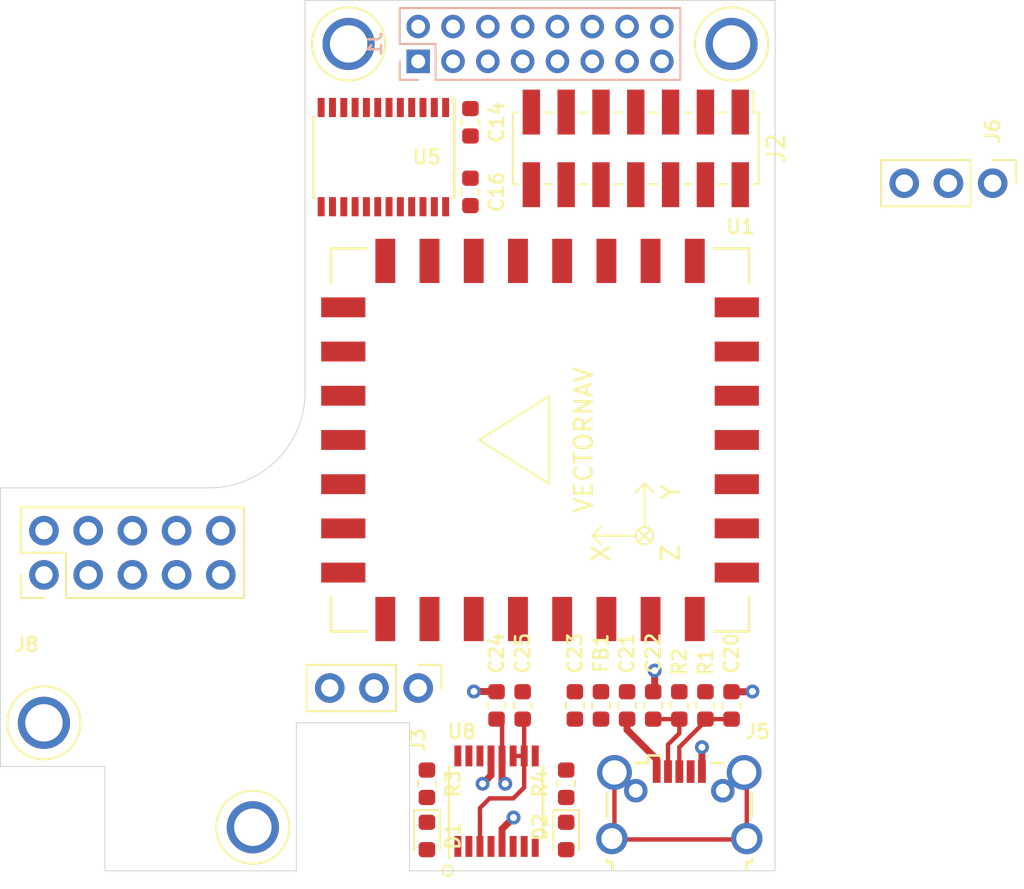
<source format=kicad_pcb>
(kicad_pcb (version 20200104) (host pcbnew "5.99.0-unknown-f1fcf3f~100~ubuntu18.04.1")

  (general
    (thickness 1.6)
    (drawings 36)
    (tracks 53)
    (modules 24)
    (nets 93)
  )

  (page "A4")
  (layers
    (0 "F.Cu" signal)
    (1 "In1.Cu" signal hide)
    (2 "In2.Cu" signal hide)
    (31 "B.Cu" signal)
    (32 "B.Adhes" user)
    (33 "F.Adhes" user)
    (34 "B.Paste" user)
    (35 "F.Paste" user)
    (36 "B.SilkS" user)
    (37 "F.SilkS" user)
    (38 "B.Mask" user)
    (39 "F.Mask" user)
    (40 "Dwgs.User" user)
    (41 "Cmts.User" user)
    (42 "Eco1.User" user)
    (43 "Eco2.User" user)
    (44 "Edge.Cuts" user)
    (45 "Margin" user)
    (46 "B.CrtYd" user)
    (47 "F.CrtYd" user)
    (48 "B.Fab" user hide)
    (49 "F.Fab" user hide)
  )

  (setup
    (last_trace_width 0.25)
    (user_trace_width 0.2)
    (user_trace_width 0.4)
    (user_trace_width 0.5)
    (trace_clearance 0.2)
    (zone_clearance 0.5)
    (zone_45_only no)
    (trace_min 0.2)
    (via_size 0.8)
    (via_drill 0.4)
    (via_min_size 0.4)
    (via_min_drill 0.3)
    (uvia_size 0.3)
    (uvia_drill 0.1)
    (uvias_allowed no)
    (uvia_min_size 0.2)
    (uvia_min_drill 0.1)
    (max_error 0.005)
    (defaults
      (edge_clearance 0.01)
      (edge_cuts_line_width 0.05)
      (courtyard_line_width 0.05)
      (copper_line_width 0.2)
      (copper_text_dims (size 1.5 1.5) (thickness 0.3) keep_upright)
      (silk_line_width 0.12)
      (silk_text_dims (size 1 1) (thickness 0.15) keep_upright)
      (other_layers_line_width 0.1)
      (other_layers_text_dims (size 1 1) (thickness 0.15) keep_upright)
      (dimension_units 0)
      (dimension_precision 1)
    )
    (pad_size 1.8 1.8)
    (pad_drill 1.4)
    (pad_to_mask_clearance 0.051)
    (solder_mask_min_width 0.25)
    (aux_axis_origin 0 0)
    (visible_elements FFFFFF7F)
    (pcbplotparams
      (layerselection 0x010fc_ffffffff)
      (usegerberextensions false)
      (usegerberattributes false)
      (usegerberadvancedattributes false)
      (creategerberjobfile false)
      (excludeedgelayer true)
      (linewidth 0.100000)
      (plotframeref false)
      (viasonmask false)
      (mode 1)
      (useauxorigin false)
      (hpglpennumber 1)
      (hpglpenspeed 20)
      (hpglpendiameter 15.000000)
      (psnegative false)
      (psa4output false)
      (plotreference true)
      (plotvalue true)
      (plotinvisibletext false)
      (padsonsilk false)
      (subtractmaskfromsilk false)
      (outputformat 1)
      (mirror false)
      (drillshape 0)
      (scaleselection 1)
      (outputdirectory "fab")
    )
  )

  (net 0 "")
  (net 1 "Net-(U1-Pad29)")
  (net 2 "Net-(U1-Pad27)")
  (net 3 "Net-(U1-Pad26)")
  (net 4 "Net-(U1-Pad25)")
  (net 5 "Net-(U1-Pad24)")
  (net 6 "Net-(U1-Pad20)")
  (net 7 "Net-(U1-Pad15)")
  (net 8 "Net-(U1-Pad14)")
  (net 9 "Net-(U1-Pad8)")
  (net 10 "GND")
  (net 11 "+3V3")
  (net 12 "/GPIO1D")
  (net 13 "/GPIO1C")
  (net 14 "/GPIO1B")
  (net 15 "/GPIO1A")
  (net 16 "/IMU_CS")
  (net 17 "/IMU_SYNC_IN")
  (net 18 "/IMU_NRST")
  (net 19 "/IMU_MISO")
  (net 20 "/IMU_MOSI")
  (net 21 "/IMU_SCK")
  (net 22 "/IMU_RX1")
  (net 23 "/IMU_TX1")
  (net 24 "/IMU_SYNC_OUT")
  (net 25 "/IMU_RX2")
  (net 26 "/IMU_TX2")
  (net 27 "/ROOT_TX")
  (net 28 "/ROOT_RX")
  (net 29 "/GPIO7_1V8")
  (net 30 "/GPIO6_1V8")
  (net 31 "/GPIO5_1V8")
  (net 32 "+1V2")
  (net 33 "/GPIO4_1V8")
  (net 34 "/GPIO3_1V8")
  (net 35 "/GPIO2_1V8")
  (net 36 "/GPIO1_1V8")
  (net 37 "/GPIO0_1V8")
  (net 38 "+1V8")
  (net 39 "/RS232_DIN")
  (net 40 "/RS232_ROUT")
  (net 41 "/RS232_INVALID")
  (net 42 "Net-(U1-Pad11)")
  (net 43 "Net-(U1-Pad7)")
  (net 44 "/RS232_FORCEON")
  (net 45 "Net-(U8-Pad16)")
  (net 46 "Net-(U8-Pad15)")
  (net 47 "Net-(U8-Pad6)")
  (net 48 "Net-(U8-Pad2)")
  (net 49 "Net-(C20-Pad1)")
  (net 50 "Net-(C21-Pad1)")
  (net 51 "Net-(C22-Pad1)")
  (net 52 "/USB_3V3")
  (net 53 "/USB_DM")
  (net 54 "/USB_DP")
  (net 55 "Net-(J5-Pad6)")
  (net 56 "Net-(J5-Pad4)")
  (net 57 "/BONUS_INPUT")
  (net 58 "/USB_VCC")
  (net 59 "Net-(D1-Pad1)")
  (net 60 "Net-(D2-Pad1)")
  (net 61 "/RXLED")
  (net 62 "/TXLED")
  (net 63 "Net-(U1-Pad28)")
  (net 64 "Net-(U1-Pad4)")
  (net 65 "Net-(U1-Pad3)")
  (net 66 "Net-(U1-Pad2)")
  (net 67 "Net-(U1-Pad18)")
  (net 68 "/VCC_JTAG")
  (net 69 "/JTAG_TDO")
  (net 70 "/JTAG_TMS")
  (net 71 "/JTAG_TCK")
  (net 72 "/JTAG_TDI")
  (net 73 "/AUX4_1V2")
  (net 74 "/AUX3_1V2")
  (net 75 "/AUX2_1V2")
  (net 76 "/AUX5_1V2")
  (net 77 "/AUX1_1V2")
  (net 78 "/AUX0_1V2")
  (net 79 "Net-(J2-Pad14)")
  (net 80 "Net-(J2-Pad13)")
  (net 81 "Net-(J2-Pad12)")
  (net 82 "Net-(J2-Pad11)")
  (net 83 "Net-(J2-Pad10)")
  (net 84 "Net-(J2-Pad9)")
  (net 85 "Net-(J2-Pad8)")
  (net 86 "Net-(J2-Pad7)")
  (net 87 "Net-(J2-Pad6)")
  (net 88 "Net-(J2-Pad5)")
  (net 89 "Net-(J2-Pad4)")
  (net 90 "Net-(J2-Pad3)")
  (net 91 "Net-(J2-Pad2)")
  (net 92 "Net-(J2-Pad1)")

  (net_class "Default" "This is the default net class."
    (clearance 0.2)
    (trace_width 0.25)
    (via_dia 0.8)
    (via_drill 0.4)
    (uvia_dia 0.3)
    (uvia_drill 0.1)
    (add_net "+1V2")
    (add_net "+1V8")
    (add_net "+3V3")
    (add_net "/AUX0_1V2")
    (add_net "/AUX1_1V2")
    (add_net "/AUX2_1V2")
    (add_net "/AUX3_1V2")
    (add_net "/AUX4_1V2")
    (add_net "/AUX5_1V2")
    (add_net "/BONUS_INPUT")
    (add_net "/GPIO0_1V8")
    (add_net "/GPIO1A")
    (add_net "/GPIO1B")
    (add_net "/GPIO1C")
    (add_net "/GPIO1D")
    (add_net "/GPIO1_1V8")
    (add_net "/GPIO2_1V8")
    (add_net "/GPIO3_1V8")
    (add_net "/GPIO4_1V8")
    (add_net "/GPIO5_1V8")
    (add_net "/GPIO6_1V8")
    (add_net "/GPIO7_1V8")
    (add_net "/IMU_CS")
    (add_net "/IMU_MISO")
    (add_net "/IMU_MOSI")
    (add_net "/IMU_NRST")
    (add_net "/IMU_RX1")
    (add_net "/IMU_RX2")
    (add_net "/IMU_SCK")
    (add_net "/IMU_SYNC_IN")
    (add_net "/IMU_SYNC_OUT")
    (add_net "/IMU_TX1")
    (add_net "/IMU_TX2")
    (add_net "/JTAG_TCK")
    (add_net "/JTAG_TDI")
    (add_net "/JTAG_TDO")
    (add_net "/JTAG_TMS")
    (add_net "/ROOT_RX")
    (add_net "/ROOT_TX")
    (add_net "/RS232_DIN")
    (add_net "/RS232_FORCEON")
    (add_net "/RS232_INVALID")
    (add_net "/RS232_ROUT")
    (add_net "/RXLED")
    (add_net "/TXLED")
    (add_net "/USB_3V3")
    (add_net "/USB_DM")
    (add_net "/USB_DP")
    (add_net "/USB_VCC")
    (add_net "/VCC_JTAG")
    (add_net "GND")
    (add_net "Net-(C20-Pad1)")
    (add_net "Net-(C21-Pad1)")
    (add_net "Net-(C22-Pad1)")
    (add_net "Net-(D1-Pad1)")
    (add_net "Net-(D2-Pad1)")
    (add_net "Net-(J2-Pad1)")
    (add_net "Net-(J2-Pad10)")
    (add_net "Net-(J2-Pad11)")
    (add_net "Net-(J2-Pad12)")
    (add_net "Net-(J2-Pad13)")
    (add_net "Net-(J2-Pad14)")
    (add_net "Net-(J2-Pad2)")
    (add_net "Net-(J2-Pad3)")
    (add_net "Net-(J2-Pad4)")
    (add_net "Net-(J2-Pad5)")
    (add_net "Net-(J2-Pad6)")
    (add_net "Net-(J2-Pad7)")
    (add_net "Net-(J2-Pad8)")
    (add_net "Net-(J2-Pad9)")
    (add_net "Net-(J5-Pad4)")
    (add_net "Net-(J5-Pad6)")
    (add_net "Net-(U1-Pad11)")
    (add_net "Net-(U1-Pad14)")
    (add_net "Net-(U1-Pad15)")
    (add_net "Net-(U1-Pad18)")
    (add_net "Net-(U1-Pad2)")
    (add_net "Net-(U1-Pad20)")
    (add_net "Net-(U1-Pad24)")
    (add_net "Net-(U1-Pad25)")
    (add_net "Net-(U1-Pad26)")
    (add_net "Net-(U1-Pad27)")
    (add_net "Net-(U1-Pad28)")
    (add_net "Net-(U1-Pad29)")
    (add_net "Net-(U1-Pad3)")
    (add_net "Net-(U1-Pad4)")
    (add_net "Net-(U1-Pad7)")
    (add_net "Net-(U1-Pad8)")
    (add_net "Net-(U8-Pad15)")
    (add_net "Net-(U8-Pad16)")
    (add_net "Net-(U8-Pad2)")
    (add_net "Net-(U8-Pad6)")
  )

  (module "Connector_PinHeader_2.00mm:PinHeader_2x07_P2.00mm_Vertical_SMD" (layer "F.Cu") (tedit 59FED667) (tstamp 5E204AD2)
    (at 116.5 78.5 -90)
    (descr "surface-mounted straight pin header, 2x07, 2.00mm pitch, double rows")
    (tags "Surface mounted pin header SMD 2x07 2.00mm double row")
    (path "/5E20B581")
    (attr smd)
    (fp_text reference "J2" (at 0 -8.06 90) (layer "F.SilkS")
      (effects (font (size 1 1) (thickness 0.15)))
    )
    (fp_text value "Xilinx programmer" (at 0 8.06 90) (layer "F.Fab")
      (effects (font (size 1 1) (thickness 0.15)))
    )
    (fp_line (start 2 7) (end -2 7) (layer "F.Fab") (width 0.1))
    (fp_line (start -1.25 -7) (end 2 -7) (layer "F.Fab") (width 0.1))
    (fp_line (start -2 7) (end -2 -6.25) (layer "F.Fab") (width 0.1))
    (fp_line (start -2 -6.25) (end -1.25 -7) (layer "F.Fab") (width 0.1))
    (fp_line (start 2 -7) (end 2 7) (layer "F.Fab") (width 0.1))
    (fp_line (start -2 -6.25) (end -2.875 -6.25) (layer "F.Fab") (width 0.1))
    (fp_line (start -2.875 -6.25) (end -2.875 -5.75) (layer "F.Fab") (width 0.1))
    (fp_line (start -2.875 -5.75) (end -2 -5.75) (layer "F.Fab") (width 0.1))
    (fp_line (start 2 -6.25) (end 2.875 -6.25) (layer "F.Fab") (width 0.1))
    (fp_line (start 2.875 -6.25) (end 2.875 -5.75) (layer "F.Fab") (width 0.1))
    (fp_line (start 2.875 -5.75) (end 2 -5.75) (layer "F.Fab") (width 0.1))
    (fp_line (start -2 -4.25) (end -2.875 -4.25) (layer "F.Fab") (width 0.1))
    (fp_line (start -2.875 -4.25) (end -2.875 -3.75) (layer "F.Fab") (width 0.1))
    (fp_line (start -2.875 -3.75) (end -2 -3.75) (layer "F.Fab") (width 0.1))
    (fp_line (start 2 -4.25) (end 2.875 -4.25) (layer "F.Fab") (width 0.1))
    (fp_line (start 2.875 -4.25) (end 2.875 -3.75) (layer "F.Fab") (width 0.1))
    (fp_line (start 2.875 -3.75) (end 2 -3.75) (layer "F.Fab") (width 0.1))
    (fp_line (start -2 -2.25) (end -2.875 -2.25) (layer "F.Fab") (width 0.1))
    (fp_line (start -2.875 -2.25) (end -2.875 -1.75) (layer "F.Fab") (width 0.1))
    (fp_line (start -2.875 -1.75) (end -2 -1.75) (layer "F.Fab") (width 0.1))
    (fp_line (start 2 -2.25) (end 2.875 -2.25) (layer "F.Fab") (width 0.1))
    (fp_line (start 2.875 -2.25) (end 2.875 -1.75) (layer "F.Fab") (width 0.1))
    (fp_line (start 2.875 -1.75) (end 2 -1.75) (layer "F.Fab") (width 0.1))
    (fp_line (start -2 -0.25) (end -2.875 -0.25) (layer "F.Fab") (width 0.1))
    (fp_line (start -2.875 -0.25) (end -2.875 0.25) (layer "F.Fab") (width 0.1))
    (fp_line (start -2.875 0.25) (end -2 0.25) (layer "F.Fab") (width 0.1))
    (fp_line (start 2 -0.25) (end 2.875 -0.25) (layer "F.Fab") (width 0.1))
    (fp_line (start 2.875 -0.25) (end 2.875 0.25) (layer "F.Fab") (width 0.1))
    (fp_line (start 2.875 0.25) (end 2 0.25) (layer "F.Fab") (width 0.1))
    (fp_line (start -2 1.75) (end -2.875 1.75) (layer "F.Fab") (width 0.1))
    (fp_line (start -2.875 1.75) (end -2.875 2.25) (layer "F.Fab") (width 0.1))
    (fp_line (start -2.875 2.25) (end -2 2.25) (layer "F.Fab") (width 0.1))
    (fp_line (start 2 1.75) (end 2.875 1.75) (layer "F.Fab") (width 0.1))
    (fp_line (start 2.875 1.75) (end 2.875 2.25) (layer "F.Fab") (width 0.1))
    (fp_line (start 2.875 2.25) (end 2 2.25) (layer "F.Fab") (width 0.1))
    (fp_line (start -2 3.75) (end -2.875 3.75) (layer "F.Fab") (width 0.1))
    (fp_line (start -2.875 3.75) (end -2.875 4.25) (layer "F.Fab") (width 0.1))
    (fp_line (start -2.875 4.25) (end -2 4.25) (layer "F.Fab") (width 0.1))
    (fp_line (start 2 3.75) (end 2.875 3.75) (layer "F.Fab") (width 0.1))
    (fp_line (start 2.875 3.75) (end 2.875 4.25) (layer "F.Fab") (width 0.1))
    (fp_line (start 2.875 4.25) (end 2 4.25) (layer "F.Fab") (width 0.1))
    (fp_line (start -2 5.75) (end -2.875 5.75) (layer "F.Fab") (width 0.1))
    (fp_line (start -2.875 5.75) (end -2.875 6.25) (layer "F.Fab") (width 0.1))
    (fp_line (start -2.875 6.25) (end -2 6.25) (layer "F.Fab") (width 0.1))
    (fp_line (start 2 5.75) (end 2.875 5.75) (layer "F.Fab") (width 0.1))
    (fp_line (start 2.875 5.75) (end 2.875 6.25) (layer "F.Fab") (width 0.1))
    (fp_line (start 2.875 6.25) (end 2 6.25) (layer "F.Fab") (width 0.1))
    (fp_line (start -2.06 -7.06) (end 2.06 -7.06) (layer "F.SilkS") (width 0.12))
    (fp_line (start -2.06 7.06) (end 2.06 7.06) (layer "F.SilkS") (width 0.12))
    (fp_line (start -3.315 -6.76) (end -2.06 -6.76) (layer "F.SilkS") (width 0.12))
    (fp_line (start -2.06 -7.06) (end -2.06 -6.76) (layer "F.SilkS") (width 0.12))
    (fp_line (start 2.06 -7.06) (end 2.06 -6.76) (layer "F.SilkS") (width 0.12))
    (fp_line (start -2.06 6.76) (end -2.06 7.06) (layer "F.SilkS") (width 0.12))
    (fp_line (start 2.06 6.76) (end 2.06 7.06) (layer "F.SilkS") (width 0.12))
    (fp_line (start -2.06 -5.24) (end -2.06 -4.76) (layer "F.SilkS") (width 0.12))
    (fp_line (start 2.06 -5.24) (end 2.06 -4.76) (layer "F.SilkS") (width 0.12))
    (fp_line (start -2.06 -3.24) (end -2.06 -2.76) (layer "F.SilkS") (width 0.12))
    (fp_line (start 2.06 -3.24) (end 2.06 -2.76) (layer "F.SilkS") (width 0.12))
    (fp_line (start -2.06 -1.24) (end -2.06 -0.76) (layer "F.SilkS") (width 0.12))
    (fp_line (start 2.06 -1.24) (end 2.06 -0.76) (layer "F.SilkS") (width 0.12))
    (fp_line (start -2.06 0.76) (end -2.06 1.24) (layer "F.SilkS") (width 0.12))
    (fp_line (start 2.06 0.76) (end 2.06 1.24) (layer "F.SilkS") (width 0.12))
    (fp_line (start -2.06 2.76) (end -2.06 3.24) (layer "F.SilkS") (width 0.12))
    (fp_line (start 2.06 2.76) (end 2.06 3.24) (layer "F.SilkS") (width 0.12))
    (fp_line (start -2.06 4.76) (end -2.06 5.24) (layer "F.SilkS") (width 0.12))
    (fp_line (start 2.06 4.76) (end 2.06 5.24) (layer "F.SilkS") (width 0.12))
    (fp_line (start -4.9 -7.5) (end -4.9 7.5) (layer "F.CrtYd") (width 0.05))
    (fp_line (start -4.9 7.5) (end 4.9 7.5) (layer "F.CrtYd") (width 0.05))
    (fp_line (start 4.9 7.5) (end 4.9 -7.5) (layer "F.CrtYd") (width 0.05))
    (fp_line (start 4.9 -7.5) (end -4.9 -7.5) (layer "F.CrtYd") (width 0.05))
    (fp_text user "%R" (at 0 0) (layer "F.Fab")
      (effects (font (size 1 1) (thickness 0.15)))
    )
    (pad "14" smd rect (at 2.085 6 270) (size 2.58 1) (layers "F.Cu" "F.Paste" "F.Mask")
      (net 79 "Net-(J2-Pad14)"))
    (pad "13" smd rect (at -2.085 6 270) (size 2.58 1) (layers "F.Cu" "F.Paste" "F.Mask")
      (net 80 "Net-(J2-Pad13)"))
    (pad "12" smd rect (at 2.085 4 270) (size 2.58 1) (layers "F.Cu" "F.Paste" "F.Mask")
      (net 81 "Net-(J2-Pad12)"))
    (pad "11" smd rect (at -2.085 4 270) (size 2.58 1) (layers "F.Cu" "F.Paste" "F.Mask")
      (net 82 "Net-(J2-Pad11)"))
    (pad "10" smd rect (at 2.085 2 270) (size 2.58 1) (layers "F.Cu" "F.Paste" "F.Mask")
      (net 83 "Net-(J2-Pad10)"))
    (pad "9" smd rect (at -2.085 2 270) (size 2.58 1) (layers "F.Cu" "F.Paste" "F.Mask")
      (net 84 "Net-(J2-Pad9)"))
    (pad "8" smd rect (at 2.085 0 270) (size 2.58 1) (layers "F.Cu" "F.Paste" "F.Mask")
      (net 85 "Net-(J2-Pad8)"))
    (pad "7" smd rect (at -2.085 0 270) (size 2.58 1) (layers "F.Cu" "F.Paste" "F.Mask")
      (net 86 "Net-(J2-Pad7)"))
    (pad "6" smd rect (at 2.085 -2 270) (size 2.58 1) (layers "F.Cu" "F.Paste" "F.Mask")
      (net 87 "Net-(J2-Pad6)"))
    (pad "5" smd rect (at -2.085 -2 270) (size 2.58 1) (layers "F.Cu" "F.Paste" "F.Mask")
      (net 88 "Net-(J2-Pad5)"))
    (pad "4" smd rect (at 2.085 -4 270) (size 2.58 1) (layers "F.Cu" "F.Paste" "F.Mask")
      (net 89 "Net-(J2-Pad4)"))
    (pad "3" smd rect (at -2.085 -4 270) (size 2.58 1) (layers "F.Cu" "F.Paste" "F.Mask")
      (net 90 "Net-(J2-Pad3)"))
    (pad "2" smd rect (at 2.085 -6 270) (size 2.58 1) (layers "F.Cu" "F.Paste" "F.Mask")
      (net 91 "Net-(J2-Pad2)"))
    (pad "1" smd rect (at -2.085 -6 270) (size 2.58 1) (layers "F.Cu" "F.Paste" "F.Mask")
      (net 92 "Net-(J2-Pad1)"))
    (model "/home/mquigley/hw/osrf_hw_nonfree/Molex.3dshapes/xilinx_smt_jtag.step"
      (offset (xyz 0 0 4.4))
      (scale (xyz 1 1 1))
      (rotate (xyz -90 0 90))
    )
  )

  (module "Connector_PinSocket_2.00mm:PinSocket_2x08_P2.00mm_Vertical" (layer "B.Cu") (tedit 5A19A41C) (tstamp 5E20293F)
    (at 104 73.5 -90)
    (descr "Through hole straight socket strip, 2x08, 2.00mm pitch, double cols (from Kicad 4.0.7), script generated")
    (tags "Through hole socket strip THT 2x08 2.00mm double row")
    (path "/5E228672")
    (fp_text reference "J1" (at -1 2.5 -90) (layer "B.SilkS")
      (effects (font (size 0.8 0.8) (thickness 0.15)) (justify mirror))
    )
    (fp_text value "camera" (at -1 -16.5 -90) (layer "B.Fab")
      (effects (font (size 1 1) (thickness 0.15)) (justify mirror))
    )
    (fp_line (start -3 1) (end 0 1) (layer "B.Fab") (width 0.1))
    (fp_line (start 0 1) (end 1 0) (layer "B.Fab") (width 0.1))
    (fp_line (start 1 0) (end 1 -15) (layer "B.Fab") (width 0.1))
    (fp_line (start 1 -15) (end -3 -15) (layer "B.Fab") (width 0.1))
    (fp_line (start -3 -15) (end -3 1) (layer "B.Fab") (width 0.1))
    (fp_line (start -3.06 1.06) (end -1 1.06) (layer "B.SilkS") (width 0.12))
    (fp_line (start -3.06 1.06) (end -3.06 -15.06) (layer "B.SilkS") (width 0.12))
    (fp_line (start -3.06 -15.06) (end 1.06 -15.06) (layer "B.SilkS") (width 0.12))
    (fp_line (start 1.06 -1) (end 1.06 -15.06) (layer "B.SilkS") (width 0.12))
    (fp_line (start -1 -1) (end 1.06 -1) (layer "B.SilkS") (width 0.12))
    (fp_line (start -1 1.06) (end -1 -1) (layer "B.SilkS") (width 0.12))
    (fp_line (start 1.06 1.06) (end 1.06 0) (layer "B.SilkS") (width 0.12))
    (fp_line (start 0 1.06) (end 1.06 1.06) (layer "B.SilkS") (width 0.12))
    (fp_line (start -3.5 1.5) (end 1.5 1.5) (layer "B.CrtYd") (width 0.05))
    (fp_line (start 1.5 1.5) (end 1.5 -15.5) (layer "B.CrtYd") (width 0.05))
    (fp_line (start 1.5 -15.5) (end -3.5 -15.5) (layer "B.CrtYd") (width 0.05))
    (fp_line (start -3.5 -15.5) (end -3.5 1.5) (layer "B.CrtYd") (width 0.05))
    (fp_text user "%R" (at -1 -7) (layer "B.Fab")
      (effects (font (size 0.8 0.8) (thickness 0.15)) (justify mirror))
    )
    (pad "16" thru_hole oval (at -2 -14 270) (size 1.35 1.35) (drill 0.8) (layers *.Cu *.Mask)
      (net 68 "/VCC_JTAG"))
    (pad "15" thru_hole oval (at 0 -14 270) (size 1.35 1.35) (drill 0.8) (layers *.Cu *.Mask)
      (net 69 "/JTAG_TDO"))
    (pad "14" thru_hole oval (at -2 -12 270) (size 1.35 1.35) (drill 0.8) (layers *.Cu *.Mask)
      (net 70 "/JTAG_TMS"))
    (pad "13" thru_hole oval (at 0 -12 270) (size 1.35 1.35) (drill 0.8) (layers *.Cu *.Mask)
      (net 71 "/JTAG_TCK"))
    (pad "12" thru_hole oval (at -2 -10 270) (size 1.35 1.35) (drill 0.8) (layers *.Cu *.Mask)
      (net 72 "/JTAG_TDI"))
    (pad "11" thru_hole oval (at 0 -10 270) (size 1.35 1.35) (drill 0.8) (layers *.Cu *.Mask)
      (net 73 "/AUX4_1V2"))
    (pad "10" thru_hole oval (at -2 -8 270) (size 1.35 1.35) (drill 0.8) (layers *.Cu *.Mask)
      (net 28 "/ROOT_RX"))
    (pad "9" thru_hole oval (at 0 -8 270) (size 1.35 1.35) (drill 0.8) (layers *.Cu *.Mask)
      (net 74 "/AUX3_1V2"))
    (pad "8" thru_hole oval (at -2 -6 270) (size 1.35 1.35) (drill 0.8) (layers *.Cu *.Mask)
      (net 27 "/ROOT_TX"))
    (pad "7" thru_hole oval (at 0 -6 270) (size 1.35 1.35) (drill 0.8) (layers *.Cu *.Mask)
      (net 75 "/AUX2_1V2"))
    (pad "6" thru_hole oval (at -2 -4 270) (size 1.35 1.35) (drill 0.8) (layers *.Cu *.Mask)
      (net 76 "/AUX5_1V2"))
    (pad "5" thru_hole oval (at 0 -4 270) (size 1.35 1.35) (drill 0.8) (layers *.Cu *.Mask)
      (net 77 "/AUX1_1V2"))
    (pad "4" thru_hole oval (at -2 -2 270) (size 1.35 1.35) (drill 0.8) (layers *.Cu *.Mask)
      (net 32 "+1V2"))
    (pad "3" thru_hole oval (at 0 -2 270) (size 1.35 1.35) (drill 0.8) (layers *.Cu *.Mask)
      (net 78 "/AUX0_1V2"))
    (pad "2" thru_hole oval (at -2 0 270) (size 1.35 1.35) (drill 0.8) (layers *.Cu *.Mask)
      (net 10 "GND"))
    (pad "1" thru_hole rect (at 0 0 270) (size 1.35 1.35) (drill 0.8) (layers *.Cu *.Mask)
      (net 11 "+3V3"))
    (model "${KISYS3DMOD}/Connector_PinSocket_2.00mm.3dshapes/PinSocket_2x08_P2.00mm_Vertical.wrl"
      (at (xyz 0 0 0))
      (scale (xyz 1 1 1))
      (rotate (xyz 0 0 0))
    )
  )

  (module "Resistor_SMD:R_0603_1608Metric" (layer "F.Cu") (tedit 5B301BBD) (tstamp 5E202ACF)
    (at 112.5 115 90)
    (descr "Resistor SMD 0603 (1608 Metric), square (rectangular) end terminal, IPC_7351 nominal, (Body size source: http://www.tortai-tech.com/upload/download/2011102023233369053.pdf), generated with kicad-footprint-generator")
    (tags "resistor")
    (path "/5D1DAFBF")
    (attr smd)
    (fp_text reference "R4" (at 0 -1.5 90) (layer "F.SilkS")
      (effects (font (size 0.8 0.8) (thickness 0.15)))
    )
    (fp_text value "270R" (at 0 1.43 90) (layer "F.Fab")
      (effects (font (size 1 1) (thickness 0.15)))
    )
    (fp_line (start -0.8 0.4) (end -0.8 -0.4) (layer "F.Fab") (width 0.1))
    (fp_line (start -0.8 -0.4) (end 0.8 -0.4) (layer "F.Fab") (width 0.1))
    (fp_line (start 0.8 -0.4) (end 0.8 0.4) (layer "F.Fab") (width 0.1))
    (fp_line (start 0.8 0.4) (end -0.8 0.4) (layer "F.Fab") (width 0.1))
    (fp_line (start -0.162779 -0.51) (end 0.162779 -0.51) (layer "F.SilkS") (width 0.12))
    (fp_line (start -0.162779 0.51) (end 0.162779 0.51) (layer "F.SilkS") (width 0.12))
    (fp_line (start -1.48 0.73) (end -1.48 -0.73) (layer "F.CrtYd") (width 0.05))
    (fp_line (start -1.48 -0.73) (end 1.48 -0.73) (layer "F.CrtYd") (width 0.05))
    (fp_line (start 1.48 -0.73) (end 1.48 0.73) (layer "F.CrtYd") (width 0.05))
    (fp_line (start 1.48 0.73) (end -1.48 0.73) (layer "F.CrtYd") (width 0.05))
    (fp_text user "%R" (at 0 0 90) (layer "F.Fab")
      (effects (font (size 0.8 0.8) (thickness 0.15)))
    )
    (pad "2" smd roundrect (at 0.7875 0 90) (size 0.875 0.95) (layers "F.Cu" "F.Paste" "F.Mask") (roundrect_rratio 0.25)
      (net 62 "/TXLED"))
    (pad "1" smd roundrect (at -0.7875 0 90) (size 0.875 0.95) (layers "F.Cu" "F.Paste" "F.Mask") (roundrect_rratio 0.25)
      (net 60 "Net-(D2-Pad1)"))
    (model "${KISYS3DMOD}/Resistor_SMD.3dshapes/R_0603_1608Metric.wrl"
      (at (xyz 0 0 0))
      (scale (xyz 1 1 1))
      (rotate (xyz 0 0 0))
    )
  )

  (module "Resistor_SMD:R_0603_1608Metric" (layer "F.Cu") (tedit 5B301BBD) (tstamp 5D1D85C8)
    (at 104.5 115 90)
    (descr "Resistor SMD 0603 (1608 Metric), square (rectangular) end terminal, IPC_7351 nominal, (Body size source: http://www.tortai-tech.com/upload/download/2011102023233369053.pdf), generated with kicad-footprint-generator")
    (tags "resistor")
    (path "/5D1D9F53")
    (attr smd)
    (fp_text reference "R3" (at 0 1.5 90) (layer "F.SilkS")
      (effects (font (size 0.8 0.8) (thickness 0.15)))
    )
    (fp_text value "270R" (at 0 1.43 90) (layer "F.Fab")
      (effects (font (size 1 1) (thickness 0.15)))
    )
    (fp_line (start -0.8 0.4) (end -0.8 -0.4) (layer "F.Fab") (width 0.1))
    (fp_line (start -0.8 -0.4) (end 0.8 -0.4) (layer "F.Fab") (width 0.1))
    (fp_line (start 0.8 -0.4) (end 0.8 0.4) (layer "F.Fab") (width 0.1))
    (fp_line (start 0.8 0.4) (end -0.8 0.4) (layer "F.Fab") (width 0.1))
    (fp_line (start -0.162779 -0.51) (end 0.162779 -0.51) (layer "F.SilkS") (width 0.12))
    (fp_line (start -0.162779 0.51) (end 0.162779 0.51) (layer "F.SilkS") (width 0.12))
    (fp_line (start -1.48 0.73) (end -1.48 -0.73) (layer "F.CrtYd") (width 0.05))
    (fp_line (start -1.48 -0.73) (end 1.48 -0.73) (layer "F.CrtYd") (width 0.05))
    (fp_line (start 1.48 -0.73) (end 1.48 0.73) (layer "F.CrtYd") (width 0.05))
    (fp_line (start 1.48 0.73) (end -1.48 0.73) (layer "F.CrtYd") (width 0.05))
    (fp_text user "%R" (at 0 0 90) (layer "F.Fab")
      (effects (font (size 0.8 0.8) (thickness 0.15)))
    )
    (pad "2" smd roundrect (at 0.7875 0 90) (size 0.875 0.95) (layers "F.Cu" "F.Paste" "F.Mask") (roundrect_rratio 0.25)
      (net 61 "/RXLED"))
    (pad "1" smd roundrect (at -0.7875 0 90) (size 0.875 0.95) (layers "F.Cu" "F.Paste" "F.Mask") (roundrect_rratio 0.25)
      (net 59 "Net-(D1-Pad1)"))
    (model "${KISYS3DMOD}/Resistor_SMD.3dshapes/R_0603_1608Metric.wrl"
      (at (xyz 0 0 0))
      (scale (xyz 1 1 1))
      (rotate (xyz 0 0 0))
    )
  )

  (module "LED_SMD:LED_0603_1608Metric" (layer "F.Cu") (tedit 5B301BBE) (tstamp 5D1D8263)
    (at 112.5 118 -90)
    (descr "LED SMD 0603 (1608 Metric), square (rectangular) end terminal, IPC_7351 nominal, (Body size source: http://www.tortai-tech.com/upload/download/2011102023233369053.pdf), generated with kicad-footprint-generator")
    (tags "diode")
    (path "/5D1DAFB3")
    (attr smd)
    (fp_text reference "D2" (at -0.5 1.5 90) (layer "F.SilkS")
      (effects (font (size 0.8 0.8) (thickness 0.15)))
    )
    (fp_text value "TXLED" (at 0 1.43 90) (layer "F.Fab")
      (effects (font (size 1 1) (thickness 0.15)))
    )
    (fp_line (start 0.8 -0.4) (end -0.5 -0.4) (layer "F.Fab") (width 0.1))
    (fp_line (start -0.5 -0.4) (end -0.8 -0.1) (layer "F.Fab") (width 0.1))
    (fp_line (start -0.8 -0.1) (end -0.8 0.4) (layer "F.Fab") (width 0.1))
    (fp_line (start -0.8 0.4) (end 0.8 0.4) (layer "F.Fab") (width 0.1))
    (fp_line (start 0.8 0.4) (end 0.8 -0.4) (layer "F.Fab") (width 0.1))
    (fp_line (start 0.8 -0.735) (end -1.485 -0.735) (layer "F.SilkS") (width 0.12))
    (fp_line (start -1.485 -0.735) (end -1.485 0.735) (layer "F.SilkS") (width 0.12))
    (fp_line (start -1.485 0.735) (end 0.8 0.735) (layer "F.SilkS") (width 0.12))
    (fp_line (start -1.48 0.73) (end -1.48 -0.73) (layer "F.CrtYd") (width 0.05))
    (fp_line (start -1.48 -0.73) (end 1.48 -0.73) (layer "F.CrtYd") (width 0.05))
    (fp_line (start 1.48 -0.73) (end 1.48 0.73) (layer "F.CrtYd") (width 0.05))
    (fp_line (start 1.48 0.73) (end -1.48 0.73) (layer "F.CrtYd") (width 0.05))
    (fp_text user "%R" (at 0 0 90) (layer "F.Fab")
      (effects (font (size 0.8 0.8) (thickness 0.15)))
    )
    (pad "2" smd roundrect (at 0.7875 0 270) (size 0.875 0.95) (layers "F.Cu" "F.Paste" "F.Mask") (roundrect_rratio 0.25)
      (net 52 "/USB_3V3"))
    (pad "1" smd roundrect (at -0.7875 0 270) (size 0.875 0.95) (layers "F.Cu" "F.Paste" "F.Mask") (roundrect_rratio 0.25)
      (net 60 "Net-(D2-Pad1)"))
    (model "${KISYS3DMOD}/LED_SMD.3dshapes/LED_0603_1608Metric.wrl"
      (at (xyz 0 0 0))
      (scale (xyz 1 1 1))
      (rotate (xyz 0 0 0))
    )
  )

  (module "LED_SMD:LED_0603_1608Metric" (layer "F.Cu") (tedit 5B301BBE) (tstamp 5D1D8250)
    (at 104.5 118 -90)
    (descr "LED SMD 0603 (1608 Metric), square (rectangular) end terminal, IPC_7351 nominal, (Body size source: http://www.tortai-tech.com/upload/download/2011102023233369053.pdf), generated with kicad-footprint-generator")
    (tags "diode")
    (path "/5D1D8413")
    (attr smd)
    (fp_text reference "D1" (at 0 -1.5 90) (layer "F.SilkS")
      (effects (font (size 0.8 0.8) (thickness 0.15)))
    )
    (fp_text value "RXLED" (at 0 1.43 90) (layer "F.Fab")
      (effects (font (size 1 1) (thickness 0.15)))
    )
    (fp_line (start 0.8 -0.4) (end -0.5 -0.4) (layer "F.Fab") (width 0.1))
    (fp_line (start -0.5 -0.4) (end -0.8 -0.1) (layer "F.Fab") (width 0.1))
    (fp_line (start -0.8 -0.1) (end -0.8 0.4) (layer "F.Fab") (width 0.1))
    (fp_line (start -0.8 0.4) (end 0.8 0.4) (layer "F.Fab") (width 0.1))
    (fp_line (start 0.8 0.4) (end 0.8 -0.4) (layer "F.Fab") (width 0.1))
    (fp_line (start 0.8 -0.735) (end -1.485 -0.735) (layer "F.SilkS") (width 0.12))
    (fp_line (start -1.485 -0.735) (end -1.485 0.735) (layer "F.SilkS") (width 0.12))
    (fp_line (start -1.485 0.735) (end 0.8 0.735) (layer "F.SilkS") (width 0.12))
    (fp_line (start -1.48 0.73) (end -1.48 -0.73) (layer "F.CrtYd") (width 0.05))
    (fp_line (start -1.48 -0.73) (end 1.48 -0.73) (layer "F.CrtYd") (width 0.05))
    (fp_line (start 1.48 -0.73) (end 1.48 0.73) (layer "F.CrtYd") (width 0.05))
    (fp_line (start 1.48 0.73) (end -1.48 0.73) (layer "F.CrtYd") (width 0.05))
    (fp_text user "%R" (at 0 0 90) (layer "F.Fab")
      (effects (font (size 0.8 0.8) (thickness 0.15)))
    )
    (pad "2" smd roundrect (at 0.7875 0 270) (size 0.875 0.95) (layers "F.Cu" "F.Paste" "F.Mask") (roundrect_rratio 0.25)
      (net 52 "/USB_3V3"))
    (pad "1" smd roundrect (at -0.7875 0 270) (size 0.875 0.95) (layers "F.Cu" "F.Paste" "F.Mask") (roundrect_rratio 0.25)
      (net 59 "Net-(D1-Pad1)"))
    (model "${KISYS3DMOD}/LED_SMD.3dshapes/LED_0603_1608Metric.wrl"
      (at (xyz 0 0 0))
      (scale (xyz 1 1 1))
      (rotate (xyz 0 0 0))
    )
  )

  (module "Connector_PinHeader_2.54mm:PinHeader_2x05_P2.54mm_Vertical" (layer "F.Cu") (tedit 5D1C666B) (tstamp 5E204587)
    (at 82.5 103 90)
    (descr "Through hole straight pin header, 2x05, 2.54mm pitch, double rows")
    (tags "Through hole pin header THT 2x05 2.54mm double row")
    (path "/5D36C402")
    (fp_text reference "J8" (at -4 -1 180) (layer "F.SilkS")
      (effects (font (size 0.8 0.8) (thickness 0.15)))
    )
    (fp_text value "debug" (at 1.27 12.49 90) (layer "F.Fab")
      (effects (font (size 1 1) (thickness 0.15)))
    )
    (fp_text user "%R" (at 1.27 5.08) (layer "F.Fab")
      (effects (font (size 0.8 0.8) (thickness 0.15)))
    )
    (fp_line (start 4.35 -1.8) (end -1.8 -1.8) (layer "F.CrtYd") (width 0.05))
    (fp_line (start 4.35 11.95) (end 4.35 -1.8) (layer "F.CrtYd") (width 0.05))
    (fp_line (start -1.8 11.95) (end 4.35 11.95) (layer "F.CrtYd") (width 0.05))
    (fp_line (start -1.8 -1.8) (end -1.8 11.95) (layer "F.CrtYd") (width 0.05))
    (fp_line (start -1.33 -1.33) (end 0 -1.33) (layer "F.SilkS") (width 0.12))
    (fp_line (start -1.33 0) (end -1.33 -1.33) (layer "F.SilkS") (width 0.12))
    (fp_line (start 1.27 -1.33) (end 3.87 -1.33) (layer "F.SilkS") (width 0.12))
    (fp_line (start 1.27 1.27) (end 1.27 -1.33) (layer "F.SilkS") (width 0.12))
    (fp_line (start -1.33 1.27) (end 1.27 1.27) (layer "F.SilkS") (width 0.12))
    (fp_line (start 3.87 -1.33) (end 3.87 11.49) (layer "F.SilkS") (width 0.12))
    (fp_line (start -1.33 1.27) (end -1.33 11.49) (layer "F.SilkS") (width 0.12))
    (fp_line (start -1.33 11.49) (end 3.87 11.49) (layer "F.SilkS") (width 0.12))
    (fp_line (start -1.27 0) (end 0 -1.27) (layer "F.Fab") (width 0.1))
    (fp_line (start -1.27 11.43) (end -1.27 0) (layer "F.Fab") (width 0.1))
    (fp_line (start 3.81 11.43) (end -1.27 11.43) (layer "F.Fab") (width 0.1))
    (fp_line (start 3.81 -1.27) (end 3.81 11.43) (layer "F.Fab") (width 0.1))
    (fp_line (start 0 -1.27) (end 3.81 -1.27) (layer "F.Fab") (width 0.1))
    (pad "10" thru_hole oval (at 2.54 10.16 90) (size 1.7 1.7) (drill 1) (layers *.Cu *.Mask)
      (net 18 "/IMU_NRST"))
    (pad "9" thru_hole oval (at 0 10.16 90) (size 1.7 1.7) (drill 1) (layers *.Cu *.Mask)
      (net 10 "GND"))
    (pad "8" thru_hole oval (at 2.54 7.62 90) (size 1.7 1.7) (drill 1) (layers *.Cu *.Mask)
      (net 21 "/IMU_SCK"))
    (pad "7" thru_hole oval (at 0 7.62 90) (size 1.7 1.7) (drill 1) (layers *.Cu *.Mask)
      (net 20 "/IMU_MOSI"))
    (pad "6" thru_hole oval (at 2.54 5.08 90) (size 1.7 1.7) (drill 1) (layers *.Cu *.Mask)
      (net 23 "/IMU_TX1"))
    (pad "5" thru_hole oval (at 0 5.08 90) (size 1.7 1.7) (drill 1) (layers *.Cu *.Mask)
      (net 22 "/IMU_RX1"))
    (pad "4" thru_hole oval (at 2.54 2.54 90) (size 1.7 1.7) (drill 1) (layers *.Cu *.Mask)
      (net 19 "/IMU_MISO"))
    (pad "3" thru_hole oval (at 0 2.54 90) (size 1.7 1.7) (drill 1) (layers *.Cu *.Mask)
      (net 57 "/BONUS_INPUT"))
    (pad "2" thru_hole oval (at 2.54 0 90) (size 1.7 1.7) (drill 1) (layers *.Cu *.Mask)
      (net 24 "/IMU_SYNC_OUT"))
    (pad "1" thru_hole circle (at 0 0 90) (size 1.7 1.7) (drill 1) (layers *.Cu *.Mask)
      (net 11 "+3V3"))
    (model "${KISYS3DMOD}/Connector_PinHeader_2.54mm.3dshapes/PinHeader_2x05_P2.54mm_Vertical.wrl"
      (at (xyz 0 0 0))
      (scale (xyz 1 1 1))
      (rotate (xyz 0 0 0))
    )
  )

  (module "IMU:VN-100" (layer "F.Cu") (tedit 5D1C3DD9) (tstamp 5C45B5A7)
    (at 111 95.25 90)
    (path "/5C45B550")
    (solder_paste_margin -10)
    (attr smd)
    (fp_text reference "U1" (at 12.25 11.5 180) (layer "F.SilkS")
      (effects (font (size 0.8 0.8) (thickness 0.15)))
    )
    (fp_text value "VN-100" (at 0 -0.5 90) (layer "F.Fab")
      (effects (font (size 1 1) (thickness 0.15)))
    )
    (fp_line (start -11 12) (end -9 12) (layer "F.SilkS") (width 0.15))
    (fp_line (start -11 10) (end -11 12) (layer "F.SilkS") (width 0.15))
    (fp_line (start -11 -12) (end -11 -10) (layer "F.SilkS") (width 0.15))
    (fp_line (start -9 -12) (end -11 -12) (layer "F.SilkS") (width 0.15))
    (fp_line (start 11 -12) (end 9 -12) (layer "F.SilkS") (width 0.15))
    (fp_line (start 11 -10) (end 11 -12) (layer "F.SilkS") (width 0.15))
    (fp_line (start 11 12) (end 11 10) (layer "F.SilkS") (width 0.15))
    (fp_line (start 9 12) (end 11 12) (layer "F.SilkS") (width 0.15))
    (pad "30" smd rect (at 7.62 11.303) (size 2.54 1.143) (layers "F.Cu" "F.Paste" "F.Mask")
      (net 10 "GND"))
    (pad "29" smd rect (at 5.08 11.303) (size 2.54 1.143) (layers "F.Cu" "F.Paste" "F.Mask")
      (net 1 "Net-(U1-Pad29)"))
    (pad "28" smd rect (at 2.54 11.303) (size 2.54 1.143) (layers "F.Cu" "F.Paste" "F.Mask")
      (net 63 "Net-(U1-Pad28)"))
    (pad "27" smd rect (at 0 11.303) (size 2.54 1.143) (layers "F.Cu" "F.Paste" "F.Mask")
      (net 2 "Net-(U1-Pad27)"))
    (pad "26" smd rect (at -2.54 11.303) (size 2.54 1.143) (layers "F.Cu" "F.Paste" "F.Mask")
      (net 3 "Net-(U1-Pad26)"))
    (pad "25" smd rect (at -5.08 11.303) (size 2.54 1.143) (layers "F.Cu" "F.Paste" "F.Mask")
      (net 4 "Net-(U1-Pad25)"))
    (pad "24" smd rect (at -7.62 11.303) (size 2.54 1.143) (layers "F.Cu" "F.Paste" "F.Mask")
      (net 5 "Net-(U1-Pad24)"))
    (pad "23" smd rect (at -10.287 8.89 270) (size 2.54 1.143) (layers "F.Cu" "F.Paste" "F.Mask")
      (net 16 "/IMU_CS"))
    (pad "22" smd rect (at -10.287 6.35 270) (size 2.54 1.143) (layers "F.Cu" "F.Paste" "F.Mask")
      (net 17 "/IMU_SYNC_IN"))
    (pad "21" smd rect (at -10.287 3.81 270) (size 2.54 1.143) (layers "F.Cu" "F.Paste" "F.Mask")
      (net 18 "/IMU_NRST"))
    (pad "20" smd rect (at -10.287 1.27 270) (size 2.54 1.143) (layers "F.Cu" "F.Paste" "F.Mask")
      (net 6 "Net-(U1-Pad20)"))
    (pad "19" smd rect (at -10.287 -1.27 270) (size 2.54 1.143) (layers "F.Cu" "F.Paste" "F.Mask")
      (net 19 "/IMU_MISO"))
    (pad "18" smd rect (at -10.287 -3.81 270) (size 2.54 1.143) (layers "F.Cu" "F.Paste" "F.Mask")
      (net 67 "Net-(U1-Pad18)"))
    (pad "17" smd rect (at -10.287 -6.35 270) (size 2.54 1.143) (layers "F.Cu" "F.Paste" "F.Mask")
      (net 20 "/IMU_MOSI"))
    (pad "16" smd rect (at -10.287 -8.89 270) (size 2.54 1.143) (layers "F.Cu" "F.Paste" "F.Mask")
      (net 21 "/IMU_SCK"))
    (pad "15" smd rect (at -7.62 -11.303 180) (size 2.54 1.143) (layers "F.Cu" "F.Paste" "F.Mask")
      (net 7 "Net-(U1-Pad15)"))
    (pad "14" smd rect (at -5.08 -11.303 180) (size 2.54 1.143) (layers "F.Cu" "F.Paste" "F.Mask")
      (net 8 "Net-(U1-Pad14)"))
    (pad "13" smd rect (at -2.54 -11.303 180) (size 2.54 1.143) (layers "F.Cu" "F.Paste" "F.Mask")
      (net 22 "/IMU_RX1"))
    (pad "12" smd rect (at 0 -11.303 180) (size 2.54 1.143) (layers "F.Cu" "F.Paste" "F.Mask")
      (net 23 "/IMU_TX1"))
    (pad "11" smd rect (at 2.54 -11.303 180) (size 2.54 1.143) (layers "F.Cu" "F.Paste" "F.Mask")
      (net 42 "Net-(U1-Pad11)"))
    (pad "10" smd rect (at 5.08 -11.303 180) (size 2.54 1.143) (layers "F.Cu" "F.Paste" "F.Mask")
      (net 11 "+3V3"))
    (pad "9" smd rect (at 7.62 -11.303 180) (size 2.54 1.143) (layers "F.Cu" "F.Paste" "F.Mask")
      (net 24 "/IMU_SYNC_OUT"))
    (pad "8" smd rect (at 10.287 -8.89 90) (size 2.54 1.143) (layers "F.Cu" "F.Paste" "F.Mask")
      (net 9 "Net-(U1-Pad8)"))
    (pad "7" smd rect (at 10.287 -6.35 90) (size 2.54 1.143) (layers "F.Cu" "F.Paste" "F.Mask")
      (net 43 "Net-(U1-Pad7)"))
    (pad "6" smd rect (at 10.287 -3.81 90) (size 2.54 1.143) (layers "F.Cu" "F.Paste" "F.Mask")
      (net 25 "/IMU_RX2"))
    (pad "5" smd rect (at 10.287 -1.27 90) (size 2.54 1.143) (layers "F.Cu" "F.Paste" "F.Mask")
      (net 26 "/IMU_TX2"))
    (pad "4" smd rect (at 10.287 1.27 90) (size 2.54 1.143) (layers "F.Cu" "F.Paste" "F.Mask")
      (net 64 "Net-(U1-Pad4)"))
    (pad "3" smd rect (at 10.287 3.81 90) (size 2.54 1.143) (layers "F.Cu" "F.Paste" "F.Mask")
      (net 65 "Net-(U1-Pad3)"))
    (pad "2" smd rect (at 10.287 6.35 90) (size 2.54 1.143) (layers "F.Cu" "F.Paste" "F.Mask")
      (net 66 "Net-(U1-Pad2)"))
    (pad "1" smd rect (at 10.287 8.89 90) (size 2.54 1.143) (layers "F.Cu" "F.Paste" "F.Mask")
      (net 10 "GND"))
    (model "${KIWORKSPACE}/osrf_hw_nonfree/IMU.3dshapes/VN-100SMD.STEP"
      (offset (xyz -11.1499998325438 -12.14999981752531 0))
      (scale (xyz 1 1 1))
      (rotate (xyz -90 0 0))
    )
  )

  (module "Connector_PinHeader_2.54mm:PinHeader_1x03_P2.54mm_Vertical" (layer "F.Cu") (tedit 5D1C6DF6) (tstamp 5D1C629B)
    (at 137 80.5 -90)
    (descr "Through hole straight pin header, 1x03, 2.54mm pitch, single row")
    (tags "Through hole pin header THT 1x03 2.54mm single row")
    (path "/5D1F860C")
    (fp_text reference "J6" (at -3 0 90) (layer "F.SilkS")
      (effects (font (size 0.8 0.8) (thickness 0.15)))
    )
    (fp_text value "IMU_UART2" (at 0 7.41 90) (layer "F.Fab")
      (effects (font (size 1 1) (thickness 0.15)))
    )
    (fp_text user "%R" (at 0 2.54) (layer "F.Fab")
      (effects (font (size 0.8 0.8) (thickness 0.15)))
    )
    (fp_line (start 1.8 -1.8) (end -1.8 -1.8) (layer "F.CrtYd") (width 0.05))
    (fp_line (start 1.8 6.85) (end 1.8 -1.8) (layer "F.CrtYd") (width 0.05))
    (fp_line (start -1.8 6.85) (end 1.8 6.85) (layer "F.CrtYd") (width 0.05))
    (fp_line (start -1.8 -1.8) (end -1.8 6.85) (layer "F.CrtYd") (width 0.05))
    (fp_line (start -1.33 -1.33) (end 0 -1.33) (layer "F.SilkS") (width 0.12))
    (fp_line (start -1.33 0) (end -1.33 -1.33) (layer "F.SilkS") (width 0.12))
    (fp_line (start -1.33 1.27) (end 1.33 1.27) (layer "F.SilkS") (width 0.12))
    (fp_line (start 1.33 1.27) (end 1.33 6.41) (layer "F.SilkS") (width 0.12))
    (fp_line (start -1.33 1.27) (end -1.33 6.41) (layer "F.SilkS") (width 0.12))
    (fp_line (start -1.33 6.41) (end 1.33 6.41) (layer "F.SilkS") (width 0.12))
    (fp_line (start -1.27 -0.635) (end -0.635 -1.27) (layer "F.Fab") (width 0.1))
    (fp_line (start -1.27 6.35) (end -1.27 -0.635) (layer "F.Fab") (width 0.1))
    (fp_line (start 1.27 6.35) (end -1.27 6.35) (layer "F.Fab") (width 0.1))
    (fp_line (start 1.27 -1.27) (end 1.27 6.35) (layer "F.Fab") (width 0.1))
    (fp_line (start -0.635 -1.27) (end 1.27 -1.27) (layer "F.Fab") (width 0.1))
    (pad "3" thru_hole oval (at 0 5.08 270) (size 1.7 1.7) (drill 1) (layers *.Cu *.Mask)
      (net 10 "GND"))
    (pad "2" thru_hole oval (at 0 2.54 270) (size 1.7 1.7) (drill 1) (layers *.Cu *.Mask)
      (net 25 "/IMU_RX2"))
    (pad "1" thru_hole circle (at 0 0 270) (size 1.7 1.7) (drill 1) (layers *.Cu *.Mask)
      (net 26 "/IMU_TX2"))
    (model "${KISYS3DMOD}/Connector_PinHeader_2.54mm.3dshapes/PinHeader_1x03_P2.54mm_Vertical.wrl"
      (at (xyz 0 0 0))
      (scale (xyz 1 1 1))
      (rotate (xyz 0 0 0))
    )
  )

  (module "Connector_USB:USB_Micro-B_Wuerth_629105150521_CircularHoles" (layer "F.Cu") (tedit 5D243731) (tstamp 5D1C41F5)
    (at 119 116.2)
    (descr "USB Micro-B receptacle, http://www.mouser.com/ds/2/445/629105150521-469306.pdf")
    (tags "usb micro receptacle")
    (path "/5D1C962D")
    (attr smd)
    (fp_text reference "J5" (at 4.5 -4.2) (layer "F.SilkS")
      (effects (font (size 0.8 0.8) (thickness 0.15)))
    )
    (fp_text value "USB_B_Micro" (at 0 5.6) (layer "F.Fab")
      (effects (font (size 1 1) (thickness 0.15)))
    )
    (fp_text user "PCB Edge" (at 0 3.75) (layer "Dwgs.User")
      (effects (font (size 0.5 0.5) (thickness 0.08)))
    )
    (fp_text user "%R" (at 0 1.05) (layer "F.Fab")
      (effects (font (size 0.8 0.8) (thickness 0.15)))
    )
    (fp_line (start 5.28 -3.34) (end -5.27 -3.34) (layer "F.CrtYd") (width 0.05))
    (fp_line (start 5.28 4.85) (end 5.28 -3.34) (layer "F.CrtYd") (width 0.05))
    (fp_line (start -5.27 4.85) (end 5.28 4.85) (layer "F.CrtYd") (width 0.05))
    (fp_line (start -5.27 -3.34) (end -5.27 4.85) (layer "F.CrtYd") (width 0.05))
    (fp_line (start 1.8 -2.4) (end 2.525 -2.4) (layer "F.SilkS") (width 0.15))
    (fp_line (start -1.8 -2.4) (end -2.525 -2.4) (layer "F.SilkS") (width 0.15))
    (fp_line (start -1.8 -2.825) (end -1.8 -2.4) (layer "F.SilkS") (width 0.15))
    (fp_line (start -1.075 -2.825) (end -1.8 -2.825) (layer "F.SilkS") (width 0.15))
    (fp_line (start 4.15 0.75) (end 4.15 -0.65) (layer "F.SilkS") (width 0.15))
    (fp_line (start 4.15 3.3) (end 4.15 3.15) (layer "F.SilkS") (width 0.15))
    (fp_line (start 3.85 3.3) (end 4.15 3.3) (layer "F.SilkS") (width 0.15))
    (fp_line (start 3.85 3.75) (end 3.85 3.3) (layer "F.SilkS") (width 0.15))
    (fp_line (start -3.85 3.3) (end -3.85 3.75) (layer "F.SilkS") (width 0.15))
    (fp_line (start -4.15 3.3) (end -3.85 3.3) (layer "F.SilkS") (width 0.15))
    (fp_line (start -4.15 3.15) (end -4.15 3.3) (layer "F.SilkS") (width 0.15))
    (fp_line (start -4.15 -0.65) (end -4.15 0.75) (layer "F.SilkS") (width 0.15))
    (fp_line (start -1.075 -2.95) (end -1.075 -2.725) (layer "F.Fab") (width 0.15))
    (fp_line (start -1.525 -2.95) (end -1.075 -2.95) (layer "F.Fab") (width 0.15))
    (fp_line (start -1.525 -2.725) (end -1.525 -2.95) (layer "F.Fab") (width 0.15))
    (fp_line (start -1.3 -2.55) (end -1.525 -2.725) (layer "F.Fab") (width 0.15))
    (fp_line (start -1.075 -2.725) (end -1.3 -2.55) (layer "F.Fab") (width 0.15))
    (fp_line (start -2.7 3.75) (end 2.7 3.75) (layer "F.Fab") (width 0.15))
    (fp_line (start 4 -2.25) (end -4 -2.25) (layer "F.Fab") (width 0.15))
    (fp_line (start 4 3.15) (end 4 -2.25) (layer "F.Fab") (width 0.15))
    (fp_line (start 3.7 3.15) (end 4 3.15) (layer "F.Fab") (width 0.15))
    (fp_line (start 3.7 4.35) (end 3.7 3.15) (layer "F.Fab") (width 0.15))
    (fp_line (start -3.7 4.35) (end 3.7 4.35) (layer "F.Fab") (width 0.15))
    (fp_line (start -3.7 3.15) (end -3.7 4.35) (layer "F.Fab") (width 0.15))
    (fp_line (start -4 3.15) (end -3.7 3.15) (layer "F.Fab") (width 0.15))
    (fp_line (start -4 -2.25) (end -4 3.15) (layer "F.Fab") (width 0.15))
    (pad "" thru_hole circle (at 2.5 -0.8) (size 1.35 1.35) (drill 0.8) (layers *.Cu *.Mask))
    (pad "" thru_hole circle (at -2.5 -0.8) (size 1.35 1.35) (drill 0.8) (layers *.Cu *.Mask))
    (pad "6" thru_hole circle (at 3.875 1.95) (size 1.8 1.8) (drill 1.2) (layers *.Cu *.Mask)
      (net 55 "Net-(J5-Pad6)"))
    (pad "6" thru_hole circle (at -3.875 1.95) (size 1.8 1.8) (drill 1.2) (layers *.Cu *.Mask)
      (net 55 "Net-(J5-Pad6)"))
    (pad "6" thru_hole circle (at 3.725 -1.85) (size 2 2) (drill 1.4) (layers *.Cu *.Mask)
      (net 55 "Net-(J5-Pad6)"))
    (pad "6" thru_hole circle (at -3.725 -1.85) (size 2 2) (drill 1.4) (layers *.Cu *.Mask)
      (net 55 "Net-(J5-Pad6)"))
    (pad "5" smd rect (at 1.3 -1.9) (size 0.45 1.3) (layers "F.Cu" "F.Paste" "F.Mask")
      (net 10 "GND"))
    (pad "4" smd rect (at 0.65 -1.9) (size 0.45 1.3) (layers "F.Cu" "F.Paste" "F.Mask")
      (net 56 "Net-(J5-Pad4)"))
    (pad "3" smd rect (at 0 -1.9) (size 0.45 1.3) (layers "F.Cu" "F.Paste" "F.Mask")
      (net 49 "Net-(C20-Pad1)"))
    (pad "2" smd rect (at -0.65 -1.9) (size 0.45 1.3) (layers "F.Cu" "F.Paste" "F.Mask")
      (net 51 "Net-(C22-Pad1)"))
    (pad "1" smd rect (at -1.3 -1.9) (size 0.45 1.3) (layers "F.Cu" "F.Paste" "F.Mask")
      (net 50 "Net-(C21-Pad1)"))
    (model "${KIWORKSPACE}/osrf_hw/kicad_modules/Connectors_OSRF.pretty/3d/629105150521.stp"
      (offset (xyz 0 0.8636 1.06))
      (scale (xyz 1 1 1))
      (rotate (xyz 0 0 0))
    )
  )

  (module "Resistor_SMD:R_0603_1608Metric" (layer "F.Cu") (tedit 5B301BBD) (tstamp 5D1C3292)
    (at 119 110.5 -90)
    (descr "Resistor SMD 0603 (1608 Metric), square (rectangular) end terminal, IPC_7351 nominal, (Body size source: http://www.tortai-tech.com/upload/download/2011102023233369053.pdf), generated with kicad-footprint-generator")
    (tags "resistor")
    (path "/5D1CF67D")
    (attr smd)
    (fp_text reference "R2" (at -2.5 0 90) (layer "F.SilkS")
      (effects (font (size 0.8 0.8) (thickness 0.15)))
    )
    (fp_text value "27R" (at 0 1.43 90) (layer "F.Fab")
      (effects (font (size 1 1) (thickness 0.15)))
    )
    (fp_text user "%R" (at 0 0 90) (layer "F.Fab")
      (effects (font (size 0.8 0.8) (thickness 0.15)))
    )
    (fp_line (start 1.48 0.73) (end -1.48 0.73) (layer "F.CrtYd") (width 0.05))
    (fp_line (start 1.48 -0.73) (end 1.48 0.73) (layer "F.CrtYd") (width 0.05))
    (fp_line (start -1.48 -0.73) (end 1.48 -0.73) (layer "F.CrtYd") (width 0.05))
    (fp_line (start -1.48 0.73) (end -1.48 -0.73) (layer "F.CrtYd") (width 0.05))
    (fp_line (start -0.162779 0.51) (end 0.162779 0.51) (layer "F.SilkS") (width 0.12))
    (fp_line (start -0.162779 -0.51) (end 0.162779 -0.51) (layer "F.SilkS") (width 0.12))
    (fp_line (start 0.8 0.4) (end -0.8 0.4) (layer "F.Fab") (width 0.1))
    (fp_line (start 0.8 -0.4) (end 0.8 0.4) (layer "F.Fab") (width 0.1))
    (fp_line (start -0.8 -0.4) (end 0.8 -0.4) (layer "F.Fab") (width 0.1))
    (fp_line (start -0.8 0.4) (end -0.8 -0.4) (layer "F.Fab") (width 0.1))
    (pad "2" smd roundrect (at 0.7875 0 270) (size 0.875 0.95) (layers "F.Cu" "F.Paste" "F.Mask") (roundrect_rratio 0.25)
      (net 51 "Net-(C22-Pad1)"))
    (pad "1" smd roundrect (at -0.7875 0 270) (size 0.875 0.95) (layers "F.Cu" "F.Paste" "F.Mask") (roundrect_rratio 0.25)
      (net 53 "/USB_DM"))
    (model "${KISYS3DMOD}/Resistor_SMD.3dshapes/R_0603_1608Metric.wrl"
      (at (xyz 0 0 0))
      (scale (xyz 1 1 1))
      (rotate (xyz 0 0 0))
    )
  )

  (module "Resistor_SMD:R_0603_1608Metric" (layer "F.Cu") (tedit 5B301BBD) (tstamp 5D1C3281)
    (at 120.5 110.5 -90)
    (descr "Resistor SMD 0603 (1608 Metric), square (rectangular) end terminal, IPC_7351 nominal, (Body size source: http://www.tortai-tech.com/upload/download/2011102023233369053.pdf), generated with kicad-footprint-generator")
    (tags "resistor")
    (path "/5D1CEF79")
    (attr smd)
    (fp_text reference "R1" (at -2.5 0 90) (layer "F.SilkS")
      (effects (font (size 0.8 0.8) (thickness 0.15)))
    )
    (fp_text value "27R" (at 0 1.43 90) (layer "F.Fab")
      (effects (font (size 1 1) (thickness 0.15)))
    )
    (fp_text user "%R" (at 0 0 90) (layer "F.Fab")
      (effects (font (size 0.8 0.8) (thickness 0.15)))
    )
    (fp_line (start 1.48 0.73) (end -1.48 0.73) (layer "F.CrtYd") (width 0.05))
    (fp_line (start 1.48 -0.73) (end 1.48 0.73) (layer "F.CrtYd") (width 0.05))
    (fp_line (start -1.48 -0.73) (end 1.48 -0.73) (layer "F.CrtYd") (width 0.05))
    (fp_line (start -1.48 0.73) (end -1.48 -0.73) (layer "F.CrtYd") (width 0.05))
    (fp_line (start -0.162779 0.51) (end 0.162779 0.51) (layer "F.SilkS") (width 0.12))
    (fp_line (start -0.162779 -0.51) (end 0.162779 -0.51) (layer "F.SilkS") (width 0.12))
    (fp_line (start 0.8 0.4) (end -0.8 0.4) (layer "F.Fab") (width 0.1))
    (fp_line (start 0.8 -0.4) (end 0.8 0.4) (layer "F.Fab") (width 0.1))
    (fp_line (start -0.8 -0.4) (end 0.8 -0.4) (layer "F.Fab") (width 0.1))
    (fp_line (start -0.8 0.4) (end -0.8 -0.4) (layer "F.Fab") (width 0.1))
    (pad "2" smd roundrect (at 0.7875 0 270) (size 0.875 0.95) (layers "F.Cu" "F.Paste" "F.Mask") (roundrect_rratio 0.25)
      (net 49 "Net-(C20-Pad1)"))
    (pad "1" smd roundrect (at -0.7875 0 270) (size 0.875 0.95) (layers "F.Cu" "F.Paste" "F.Mask") (roundrect_rratio 0.25)
      (net 54 "/USB_DP"))
    (model "${KISYS3DMOD}/Resistor_SMD.3dshapes/R_0603_1608Metric.wrl"
      (at (xyz 0 0 0))
      (scale (xyz 1 1 1))
      (rotate (xyz 0 0 0))
    )
  )

  (module "Package_SO:SSOP-16_3.9x4.9mm_P0.635mm" (layer "F.Cu") (tedit 5A02F25C) (tstamp 5E2034DE)
    (at 108.5 116 90)
    (descr "SSOP16: plastic shrink small outline package; 16 leads; body width 3.9 mm; lead pitch 0.635; (see NXP SSOP-TSSOP-VSO-REFLOW.pdf and sot519-1_po.pdf)")
    (tags "SSOP 0.635")
    (path "/5D1CD697")
    (attr smd)
    (fp_text reference "U8" (at 4 -2 180) (layer "F.SilkS")
      (effects (font (size 0.8 0.8) (thickness 0.15)))
    )
    (fp_text value "FT230XS" (at 0 3.5 90) (layer "F.Fab")
      (effects (font (size 1 1) (thickness 0.15)))
    )
    (fp_text user "%R" (at 0 0 90) (layer "F.Fab")
      (effects (font (size 0.8 0.8) (thickness 0.15)))
    )
    (fp_line (start -3.275 -2.725) (end 2 -2.725) (layer "F.SilkS") (width 0.15))
    (fp_line (start -2 2.675) (end 2 2.675) (layer "F.SilkS") (width 0.15))
    (fp_line (start -3.45 2.8) (end 3.45 2.8) (layer "F.CrtYd") (width 0.05))
    (fp_line (start -3.45 -2.85) (end 3.45 -2.85) (layer "F.CrtYd") (width 0.05))
    (fp_line (start 3.45 -2.85) (end 3.45 2.8) (layer "F.CrtYd") (width 0.05))
    (fp_line (start -3.45 -2.85) (end -3.45 2.8) (layer "F.CrtYd") (width 0.05))
    (fp_line (start -1.95 -1.45) (end -0.95 -2.45) (layer "F.Fab") (width 0.15))
    (fp_line (start -1.95 2.45) (end -1.95 -1.45) (layer "F.Fab") (width 0.15))
    (fp_line (start 1.95 2.45) (end -1.95 2.45) (layer "F.Fab") (width 0.15))
    (fp_line (start 1.95 -2.45) (end 1.95 2.45) (layer "F.Fab") (width 0.15))
    (fp_line (start -0.95 -2.45) (end 1.95 -2.45) (layer "F.Fab") (width 0.15))
    (pad "16" smd rect (at 2.6 -2.2225 90) (size 1.2 0.4) (layers "F.Cu" "F.Paste" "F.Mask")
      (net 45 "Net-(U8-Pad16)"))
    (pad "15" smd rect (at 2.6 -1.5875 90) (size 1.2 0.4) (layers "F.Cu" "F.Paste" "F.Mask")
      (net 46 "Net-(U8-Pad15)"))
    (pad "14" smd rect (at 2.6 -0.9525 90) (size 1.2 0.4) (layers "F.Cu" "F.Paste" "F.Mask")
      (net 61 "/RXLED"))
    (pad "13" smd rect (at 2.6 -0.3175 90) (size 1.2 0.4) (layers "F.Cu" "F.Paste" "F.Mask")
      (net 10 "GND"))
    (pad "12" smd rect (at 2.6 0.3175 90) (size 1.2 0.4) (layers "F.Cu" "F.Paste" "F.Mask")
      (net 58 "/USB_VCC"))
    (pad "11" smd rect (at 2.6 0.9525 90) (size 1.2 0.4) (layers "F.Cu" "F.Paste" "F.Mask")
      (net 52 "/USB_3V3"))
    (pad "10" smd rect (at 2.6 1.5875 90) (size 1.2 0.4) (layers "F.Cu" "F.Paste" "F.Mask")
      (net 52 "/USB_3V3"))
    (pad "9" smd rect (at 2.6 2.2225 90) (size 1.2 0.4) (layers "F.Cu" "F.Paste" "F.Mask")
      (net 53 "/USB_DM"))
    (pad "8" smd rect (at -2.6 2.2225 90) (size 1.2 0.4) (layers "F.Cu" "F.Paste" "F.Mask")
      (net 54 "/USB_DP"))
    (pad "7" smd rect (at -2.6 1.5875 90) (size 1.2 0.4) (layers "F.Cu" "F.Paste" "F.Mask")
      (net 62 "/TXLED"))
    (pad "6" smd rect (at -2.6 0.9525 90) (size 1.2 0.4) (layers "F.Cu" "F.Paste" "F.Mask")
      (net 47 "Net-(U8-Pad6)"))
    (pad "5" smd rect (at -2.6 0.3175 90) (size 1.2 0.4) (layers "F.Cu" "F.Paste" "F.Mask")
      (net 10 "GND"))
    (pad "4" smd rect (at -2.6 -0.3175 90) (size 1.2 0.4) (layers "F.Cu" "F.Paste" "F.Mask")
      (net 27 "/ROOT_TX"))
    (pad "3" smd rect (at -2.6 -0.9525 90) (size 1.2 0.4) (layers "F.Cu" "F.Paste" "F.Mask")
      (net 52 "/USB_3V3"))
    (pad "2" smd rect (at -2.6 -1.5875 90) (size 1.2 0.4) (layers "F.Cu" "F.Paste" "F.Mask")
      (net 48 "Net-(U8-Pad2)"))
    (pad "1" smd rect (at -2.6 -2.2225 90) (size 1.2 0.4) (layers "F.Cu" "F.Paste" "F.Mask")
      (net 28 "/ROOT_RX"))
    (model "${KISYS3DMOD}/Package_SO.3dshapes/SSOP-16_3.9x4.9mm_P0.635mm.wrl"
      (at (xyz 0 0 0))
      (scale (xyz 1 1 1))
      (rotate (xyz 0 0 0))
    )
  )

  (module "Connector_PinHeader_2.54mm:PinHeader_1x03_P2.54mm_Vertical" (layer "F.Cu") (tedit 5D1C401E) (tstamp 5CA3A444)
    (at 104 109.5 -90)
    (descr "Through hole straight pin header, 1x03, 2.54mm pitch, single row")
    (tags "Through hole pin header THT 1x03 2.54mm single row")
    (path "/5CAC20C4")
    (fp_text reference "J3" (at 3 0 90) (layer "F.SilkS")
      (effects (font (size 0.8 0.8) (thickness 0.15)))
    )
    (fp_text value "ROOT CONSOLE" (at 0 7.41 90) (layer "F.Fab")
      (effects (font (size 1 1) (thickness 0.15)))
    )
    (fp_text user "%R" (at 0 2.54) (layer "F.Fab")
      (effects (font (size 0.8 0.8) (thickness 0.15)))
    )
    (fp_line (start 1.8 -1.8) (end -1.8 -1.8) (layer "F.CrtYd") (width 0.05))
    (fp_line (start 1.8 6.85) (end 1.8 -1.8) (layer "F.CrtYd") (width 0.05))
    (fp_line (start -1.8 6.85) (end 1.8 6.85) (layer "F.CrtYd") (width 0.05))
    (fp_line (start -1.8 -1.8) (end -1.8 6.85) (layer "F.CrtYd") (width 0.05))
    (fp_line (start -1.33 -1.33) (end 0 -1.33) (layer "F.SilkS") (width 0.12))
    (fp_line (start -1.33 0) (end -1.33 -1.33) (layer "F.SilkS") (width 0.12))
    (fp_line (start -1.33 1.27) (end 1.33 1.27) (layer "F.SilkS") (width 0.12))
    (fp_line (start 1.33 1.27) (end 1.33 6.41) (layer "F.SilkS") (width 0.12))
    (fp_line (start -1.33 1.27) (end -1.33 6.41) (layer "F.SilkS") (width 0.12))
    (fp_line (start -1.33 6.41) (end 1.33 6.41) (layer "F.SilkS") (width 0.12))
    (fp_line (start -1.27 -0.635) (end -0.635 -1.27) (layer "F.Fab") (width 0.1))
    (fp_line (start -1.27 6.35) (end -1.27 -0.635) (layer "F.Fab") (width 0.1))
    (fp_line (start 1.27 6.35) (end -1.27 6.35) (layer "F.Fab") (width 0.1))
    (fp_line (start 1.27 -1.27) (end 1.27 6.35) (layer "F.Fab") (width 0.1))
    (fp_line (start -0.635 -1.27) (end 1.27 -1.27) (layer "F.Fab") (width 0.1))
    (pad "3" thru_hole oval (at 0 5.08 270) (size 1.7 1.7) (drill 1) (layers *.Cu *.Mask)
      (net 10 "GND"))
    (pad "2" thru_hole oval (at 0 2.54 270) (size 1.7 1.7) (drill 1) (layers *.Cu *.Mask)
      (net 27 "/ROOT_TX"))
    (pad "1" thru_hole circle (at 0 0 270) (size 1.7 1.7) (drill 1) (layers *.Cu *.Mask)
      (net 28 "/ROOT_RX"))
    (model "${KISYS3DMOD}/Connector_PinHeader_2.54mm.3dshapes/PinHeader_1x03_P2.54mm_Vertical.wrl"
      (at (xyz 0 0 0))
      (scale (xyz 1 1 1))
      (rotate (xyz 0 0 0))
    )
  )

  (module "Resistor_SMD:R_0603_1608Metric" (layer "F.Cu") (tedit 5B301BBD) (tstamp 5D1C21B4)
    (at 114.5 110.5 -90)
    (descr "Resistor SMD 0603 (1608 Metric), square (rectangular) end terminal, IPC_7351 nominal, (Body size source: http://www.tortai-tech.com/upload/download/2011102023233369053.pdf), generated with kicad-footprint-generator")
    (tags "resistor")
    (path "/5D1C4DFA")
    (attr smd)
    (fp_text reference "FB1" (at -3 0 90) (layer "F.SilkS")
      (effects (font (size 0.8 0.8) (thickness 0.15)))
    )
    (fp_text value "ferrite" (at 0 1.43 90) (layer "F.Fab")
      (effects (font (size 1 1) (thickness 0.15)))
    )
    (fp_text user "%R" (at 0 0 90) (layer "F.Fab")
      (effects (font (size 0.8 0.8) (thickness 0.15)))
    )
    (fp_line (start 1.48 0.73) (end -1.48 0.73) (layer "F.CrtYd") (width 0.05))
    (fp_line (start 1.48 -0.73) (end 1.48 0.73) (layer "F.CrtYd") (width 0.05))
    (fp_line (start -1.48 -0.73) (end 1.48 -0.73) (layer "F.CrtYd") (width 0.05))
    (fp_line (start -1.48 0.73) (end -1.48 -0.73) (layer "F.CrtYd") (width 0.05))
    (fp_line (start -0.162779 0.51) (end 0.162779 0.51) (layer "F.SilkS") (width 0.12))
    (fp_line (start -0.162779 -0.51) (end 0.162779 -0.51) (layer "F.SilkS") (width 0.12))
    (fp_line (start 0.8 0.4) (end -0.8 0.4) (layer "F.Fab") (width 0.1))
    (fp_line (start 0.8 -0.4) (end 0.8 0.4) (layer "F.Fab") (width 0.1))
    (fp_line (start -0.8 -0.4) (end 0.8 -0.4) (layer "F.Fab") (width 0.1))
    (fp_line (start -0.8 0.4) (end -0.8 -0.4) (layer "F.Fab") (width 0.1))
    (pad "2" smd roundrect (at 0.7875 0 270) (size 0.875 0.95) (layers "F.Cu" "F.Paste" "F.Mask") (roundrect_rratio 0.25)
      (net 50 "Net-(C21-Pad1)"))
    (pad "1" smd roundrect (at -0.7875 0 270) (size 0.875 0.95) (layers "F.Cu" "F.Paste" "F.Mask") (roundrect_rratio 0.25)
      (net 58 "/USB_VCC"))
    (model "${KISYS3DMOD}/Resistor_SMD.3dshapes/R_0603_1608Metric.wrl"
      (at (xyz 0 0 0))
      (scale (xyz 1 1 1))
      (rotate (xyz 0 0 0))
    )
  )

  (module "Capacitor_SMD:C_0603_1608Metric" (layer "F.Cu") (tedit 5B301BBE) (tstamp 5E20349F)
    (at 110 110.5 90)
    (descr "Capacitor SMD 0603 (1608 Metric), square (rectangular) end terminal, IPC_7351 nominal, (Body size source: http://www.tortai-tech.com/upload/download/2011102023233369053.pdf), generated with kicad-footprint-generator")
    (tags "capacitor")
    (path "/5D1CC396")
    (attr smd)
    (fp_text reference "C25" (at 3 0 90) (layer "F.SilkS")
      (effects (font (size 0.8 0.8) (thickness 0.15)))
    )
    (fp_text value "100n" (at 0 1.43 90) (layer "F.Fab")
      (effects (font (size 1 1) (thickness 0.15)))
    )
    (fp_text user "%R" (at 0 0 90) (layer "F.Fab")
      (effects (font (size 0.8 0.8) (thickness 0.15)))
    )
    (fp_line (start 1.48 0.73) (end -1.48 0.73) (layer "F.CrtYd") (width 0.05))
    (fp_line (start 1.48 -0.73) (end 1.48 0.73) (layer "F.CrtYd") (width 0.05))
    (fp_line (start -1.48 -0.73) (end 1.48 -0.73) (layer "F.CrtYd") (width 0.05))
    (fp_line (start -1.48 0.73) (end -1.48 -0.73) (layer "F.CrtYd") (width 0.05))
    (fp_line (start -0.162779 0.51) (end 0.162779 0.51) (layer "F.SilkS") (width 0.12))
    (fp_line (start -0.162779 -0.51) (end 0.162779 -0.51) (layer "F.SilkS") (width 0.12))
    (fp_line (start 0.8 0.4) (end -0.8 0.4) (layer "F.Fab") (width 0.1))
    (fp_line (start 0.8 -0.4) (end 0.8 0.4) (layer "F.Fab") (width 0.1))
    (fp_line (start -0.8 -0.4) (end 0.8 -0.4) (layer "F.Fab") (width 0.1))
    (fp_line (start -0.8 0.4) (end -0.8 -0.4) (layer "F.Fab") (width 0.1))
    (pad "2" smd roundrect (at 0.7875 0 90) (size 0.875 0.95) (layers "F.Cu" "F.Paste" "F.Mask") (roundrect_rratio 0.25)
      (net 10 "GND"))
    (pad "1" smd roundrect (at -0.7875 0 90) (size 0.875 0.95) (layers "F.Cu" "F.Paste" "F.Mask") (roundrect_rratio 0.25)
      (net 52 "/USB_3V3"))
    (model "${KISYS3DMOD}/Capacitor_SMD.3dshapes/C_0603_1608Metric.wrl"
      (at (xyz 0 0 0))
      (scale (xyz 1 1 1))
      (rotate (xyz 0 0 0))
    )
  )

  (module "Capacitor_SMD:C_0603_1608Metric" (layer "F.Cu") (tedit 5B301BBE) (tstamp 5E20346F)
    (at 108.5 110.5 90)
    (descr "Capacitor SMD 0603 (1608 Metric), square (rectangular) end terminal, IPC_7351 nominal, (Body size source: http://www.tortai-tech.com/upload/download/2011102023233369053.pdf), generated with kicad-footprint-generator")
    (tags "capacitor")
    (path "/5D1C7A63")
    (attr smd)
    (fp_text reference "C24" (at 3 0 90) (layer "F.SilkS")
      (effects (font (size 0.8 0.8) (thickness 0.15)))
    )
    (fp_text value "100n" (at 0 1.43 90) (layer "F.Fab")
      (effects (font (size 1 1) (thickness 0.15)))
    )
    (fp_text user "%R" (at 0 0 90) (layer "F.Fab")
      (effects (font (size 0.8 0.8) (thickness 0.15)))
    )
    (fp_line (start 1.48 0.73) (end -1.48 0.73) (layer "F.CrtYd") (width 0.05))
    (fp_line (start 1.48 -0.73) (end 1.48 0.73) (layer "F.CrtYd") (width 0.05))
    (fp_line (start -1.48 -0.73) (end 1.48 -0.73) (layer "F.CrtYd") (width 0.05))
    (fp_line (start -1.48 0.73) (end -1.48 -0.73) (layer "F.CrtYd") (width 0.05))
    (fp_line (start -0.162779 0.51) (end 0.162779 0.51) (layer "F.SilkS") (width 0.12))
    (fp_line (start -0.162779 -0.51) (end 0.162779 -0.51) (layer "F.SilkS") (width 0.12))
    (fp_line (start 0.8 0.4) (end -0.8 0.4) (layer "F.Fab") (width 0.1))
    (fp_line (start 0.8 -0.4) (end 0.8 0.4) (layer "F.Fab") (width 0.1))
    (fp_line (start -0.8 -0.4) (end 0.8 -0.4) (layer "F.Fab") (width 0.1))
    (fp_line (start -0.8 0.4) (end -0.8 -0.4) (layer "F.Fab") (width 0.1))
    (pad "2" smd roundrect (at 0.7875 0 90) (size 0.875 0.95) (layers "F.Cu" "F.Paste" "F.Mask") (roundrect_rratio 0.25)
      (net 10 "GND"))
    (pad "1" smd roundrect (at -0.7875 0 90) (size 0.875 0.95) (layers "F.Cu" "F.Paste" "F.Mask") (roundrect_rratio 0.25)
      (net 58 "/USB_VCC"))
    (model "${KISYS3DMOD}/Capacitor_SMD.3dshapes/C_0603_1608Metric.wrl"
      (at (xyz 0 0 0))
      (scale (xyz 1 1 1))
      (rotate (xyz 0 0 0))
    )
  )

  (module "Capacitor_SMD:C_0603_1608Metric" (layer "F.Cu") (tedit 5B301BBE) (tstamp 5D1C2181)
    (at 113 110.5 -90)
    (descr "Capacitor SMD 0603 (1608 Metric), square (rectangular) end terminal, IPC_7351 nominal, (Body size source: http://www.tortai-tech.com/upload/download/2011102023233369053.pdf), generated with kicad-footprint-generator")
    (tags "capacitor")
    (path "/5D1C5646")
    (attr smd)
    (fp_text reference "C23" (at -3 0 90) (layer "F.SilkS")
      (effects (font (size 0.8 0.8) (thickness 0.15)))
    )
    (fp_text value "10u" (at 0 1.43 90) (layer "F.Fab")
      (effects (font (size 1 1) (thickness 0.15)))
    )
    (fp_text user "%R" (at 0 0 90) (layer "F.Fab")
      (effects (font (size 0.8 0.8) (thickness 0.15)))
    )
    (fp_line (start 1.48 0.73) (end -1.48 0.73) (layer "F.CrtYd") (width 0.05))
    (fp_line (start 1.48 -0.73) (end 1.48 0.73) (layer "F.CrtYd") (width 0.05))
    (fp_line (start -1.48 -0.73) (end 1.48 -0.73) (layer "F.CrtYd") (width 0.05))
    (fp_line (start -1.48 0.73) (end -1.48 -0.73) (layer "F.CrtYd") (width 0.05))
    (fp_line (start -0.162779 0.51) (end 0.162779 0.51) (layer "F.SilkS") (width 0.12))
    (fp_line (start -0.162779 -0.51) (end 0.162779 -0.51) (layer "F.SilkS") (width 0.12))
    (fp_line (start 0.8 0.4) (end -0.8 0.4) (layer "F.Fab") (width 0.1))
    (fp_line (start 0.8 -0.4) (end 0.8 0.4) (layer "F.Fab") (width 0.1))
    (fp_line (start -0.8 -0.4) (end 0.8 -0.4) (layer "F.Fab") (width 0.1))
    (fp_line (start -0.8 0.4) (end -0.8 -0.4) (layer "F.Fab") (width 0.1))
    (pad "2" smd roundrect (at 0.7875 0 270) (size 0.875 0.95) (layers "F.Cu" "F.Paste" "F.Mask") (roundrect_rratio 0.25)
      (net 10 "GND"))
    (pad "1" smd roundrect (at -0.7875 0 270) (size 0.875 0.95) (layers "F.Cu" "F.Paste" "F.Mask") (roundrect_rratio 0.25)
      (net 58 "/USB_VCC"))
    (model "${KISYS3DMOD}/Capacitor_SMD.3dshapes/C_0603_1608Metric.wrl"
      (at (xyz 0 0 0))
      (scale (xyz 1 1 1))
      (rotate (xyz 0 0 0))
    )
  )

  (module "Capacitor_SMD:C_0603_1608Metric" (layer "F.Cu") (tedit 5B301BBE) (tstamp 5D1C2170)
    (at 117.5 110.5 90)
    (descr "Capacitor SMD 0603 (1608 Metric), square (rectangular) end terminal, IPC_7351 nominal, (Body size source: http://www.tortai-tech.com/upload/download/2011102023233369053.pdf), generated with kicad-footprint-generator")
    (tags "capacitor")
    (path "/5D1E74D9")
    (attr smd)
    (fp_text reference "C22" (at 3 0 90) (layer "F.SilkS")
      (effects (font (size 0.8 0.8) (thickness 0.15)))
    )
    (fp_text value "47p" (at 0 1.43 90) (layer "F.Fab")
      (effects (font (size 1 1) (thickness 0.15)))
    )
    (fp_text user "%R" (at 0 0 90) (layer "F.Fab")
      (effects (font (size 0.8 0.8) (thickness 0.15)))
    )
    (fp_line (start 1.48 0.73) (end -1.48 0.73) (layer "F.CrtYd") (width 0.05))
    (fp_line (start 1.48 -0.73) (end 1.48 0.73) (layer "F.CrtYd") (width 0.05))
    (fp_line (start -1.48 -0.73) (end 1.48 -0.73) (layer "F.CrtYd") (width 0.05))
    (fp_line (start -1.48 0.73) (end -1.48 -0.73) (layer "F.CrtYd") (width 0.05))
    (fp_line (start -0.162779 0.51) (end 0.162779 0.51) (layer "F.SilkS") (width 0.12))
    (fp_line (start -0.162779 -0.51) (end 0.162779 -0.51) (layer "F.SilkS") (width 0.12))
    (fp_line (start 0.8 0.4) (end -0.8 0.4) (layer "F.Fab") (width 0.1))
    (fp_line (start 0.8 -0.4) (end 0.8 0.4) (layer "F.Fab") (width 0.1))
    (fp_line (start -0.8 -0.4) (end 0.8 -0.4) (layer "F.Fab") (width 0.1))
    (fp_line (start -0.8 0.4) (end -0.8 -0.4) (layer "F.Fab") (width 0.1))
    (pad "2" smd roundrect (at 0.7875 0 90) (size 0.875 0.95) (layers "F.Cu" "F.Paste" "F.Mask") (roundrect_rratio 0.25)
      (net 10 "GND"))
    (pad "1" smd roundrect (at -0.7875 0 90) (size 0.875 0.95) (layers "F.Cu" "F.Paste" "F.Mask") (roundrect_rratio 0.25)
      (net 51 "Net-(C22-Pad1)"))
    (model "${KISYS3DMOD}/Capacitor_SMD.3dshapes/C_0603_1608Metric.wrl"
      (at (xyz 0 0 0))
      (scale (xyz 1 1 1))
      (rotate (xyz 0 0 0))
    )
  )

  (module "Capacitor_SMD:C_0603_1608Metric" (layer "F.Cu") (tedit 5B301BBE) (tstamp 5D1C215F)
    (at 116 110.5 90)
    (descr "Capacitor SMD 0603 (1608 Metric), square (rectangular) end terminal, IPC_7351 nominal, (Body size source: http://www.tortai-tech.com/upload/download/2011102023233369053.pdf), generated with kicad-footprint-generator")
    (tags "capacitor")
    (path "/5D1C7BFB")
    (attr smd)
    (fp_text reference "C21" (at 3 0 90) (layer "F.SilkS")
      (effects (font (size 0.8 0.8) (thickness 0.15)))
    )
    (fp_text value "100n" (at 0 1.43 90) (layer "F.Fab")
      (effects (font (size 1 1) (thickness 0.15)))
    )
    (fp_text user "%R" (at 0 0 90) (layer "F.Fab")
      (effects (font (size 0.8 0.8) (thickness 0.15)))
    )
    (fp_line (start 1.48 0.73) (end -1.48 0.73) (layer "F.CrtYd") (width 0.05))
    (fp_line (start 1.48 -0.73) (end 1.48 0.73) (layer "F.CrtYd") (width 0.05))
    (fp_line (start -1.48 -0.73) (end 1.48 -0.73) (layer "F.CrtYd") (width 0.05))
    (fp_line (start -1.48 0.73) (end -1.48 -0.73) (layer "F.CrtYd") (width 0.05))
    (fp_line (start -0.162779 0.51) (end 0.162779 0.51) (layer "F.SilkS") (width 0.12))
    (fp_line (start -0.162779 -0.51) (end 0.162779 -0.51) (layer "F.SilkS") (width 0.12))
    (fp_line (start 0.8 0.4) (end -0.8 0.4) (layer "F.Fab") (width 0.1))
    (fp_line (start 0.8 -0.4) (end 0.8 0.4) (layer "F.Fab") (width 0.1))
    (fp_line (start -0.8 -0.4) (end 0.8 -0.4) (layer "F.Fab") (width 0.1))
    (fp_line (start -0.8 0.4) (end -0.8 -0.4) (layer "F.Fab") (width 0.1))
    (pad "2" smd roundrect (at 0.7875 0 90) (size 0.875 0.95) (layers "F.Cu" "F.Paste" "F.Mask") (roundrect_rratio 0.25)
      (net 10 "GND"))
    (pad "1" smd roundrect (at -0.7875 0 90) (size 0.875 0.95) (layers "F.Cu" "F.Paste" "F.Mask") (roundrect_rratio 0.25)
      (net 50 "Net-(C21-Pad1)"))
    (model "${KISYS3DMOD}/Capacitor_SMD.3dshapes/C_0603_1608Metric.wrl"
      (at (xyz 0 0 0))
      (scale (xyz 1 1 1))
      (rotate (xyz 0 0 0))
    )
  )

  (module "Capacitor_SMD:C_0603_1608Metric" (layer "F.Cu") (tedit 5B301BBE) (tstamp 5D1C214E)
    (at 122 110.5 90)
    (descr "Capacitor SMD 0603 (1608 Metric), square (rectangular) end terminal, IPC_7351 nominal, (Body size source: http://www.tortai-tech.com/upload/download/2011102023233369053.pdf), generated with kicad-footprint-generator")
    (tags "capacitor")
    (path "/5D1E4420")
    (attr smd)
    (fp_text reference "C20" (at 3 0 90) (layer "F.SilkS")
      (effects (font (size 0.8 0.8) (thickness 0.15)))
    )
    (fp_text value "47p" (at 0 1.43 90) (layer "F.Fab")
      (effects (font (size 1 1) (thickness 0.15)))
    )
    (fp_text user "%R" (at 0 0 90) (layer "F.Fab")
      (effects (font (size 0.8 0.8) (thickness 0.15)))
    )
    (fp_line (start 1.48 0.73) (end -1.48 0.73) (layer "F.CrtYd") (width 0.05))
    (fp_line (start 1.48 -0.73) (end 1.48 0.73) (layer "F.CrtYd") (width 0.05))
    (fp_line (start -1.48 -0.73) (end 1.48 -0.73) (layer "F.CrtYd") (width 0.05))
    (fp_line (start -1.48 0.73) (end -1.48 -0.73) (layer "F.CrtYd") (width 0.05))
    (fp_line (start -0.162779 0.51) (end 0.162779 0.51) (layer "F.SilkS") (width 0.12))
    (fp_line (start -0.162779 -0.51) (end 0.162779 -0.51) (layer "F.SilkS") (width 0.12))
    (fp_line (start 0.8 0.4) (end -0.8 0.4) (layer "F.Fab") (width 0.1))
    (fp_line (start 0.8 -0.4) (end 0.8 0.4) (layer "F.Fab") (width 0.1))
    (fp_line (start -0.8 -0.4) (end 0.8 -0.4) (layer "F.Fab") (width 0.1))
    (fp_line (start -0.8 0.4) (end -0.8 -0.4) (layer "F.Fab") (width 0.1))
    (pad "2" smd roundrect (at 0.7875 0 90) (size 0.875 0.95) (layers "F.Cu" "F.Paste" "F.Mask") (roundrect_rratio 0.25)
      (net 10 "GND"))
    (pad "1" smd roundrect (at -0.7875 0 90) (size 0.875 0.95) (layers "F.Cu" "F.Paste" "F.Mask") (roundrect_rratio 0.25)
      (net 49 "Net-(C20-Pad1)"))
    (model "${KISYS3DMOD}/Capacitor_SMD.3dshapes/C_0603_1608Metric.wrl"
      (at (xyz 0 0 0))
      (scale (xyz 1 1 1))
      (rotate (xyz 0 0 0))
    )
  )

  (module "Package_SO:TSSOP-24_4.4x7.8mm_P0.65mm" (layer "F.Cu") (tedit 5A02F25C) (tstamp 5E202E0C)
    (at 102 79 -90)
    (descr "TSSOP24: plastic thin shrink small outline package; 24 leads; body width 4.4 mm; (see NXP SSOP-TSSOP-VSO-REFLOW.pdf and sot355-1_po.pdf)")
    (tags "SSOP 0.65")
    (path "/5CB41596")
    (attr smd)
    (fp_text reference "U5" (at 0 -2.5 180) (layer "F.SilkS")
      (effects (font (size 0.8 0.8) (thickness 0.15)))
    )
    (fp_text value "SN74AXCH8T245" (at 0 4.95 90) (layer "F.Fab")
      (effects (font (size 1 1) (thickness 0.15)))
    )
    (fp_text user "%R" (at 0 0 90) (layer "F.Fab")
      (effects (font (size 0.8 0.8) (thickness 0.15)))
    )
    (fp_line (start -2.325 4.025) (end 2.325 4.025) (layer "F.SilkS") (width 0.15))
    (fp_line (start -3.4 -4.075) (end 2.325 -4.075) (layer "F.SilkS") (width 0.15))
    (fp_line (start -2.325 4.025) (end -2.325 4) (layer "F.SilkS") (width 0.15))
    (fp_line (start 2.325 4.025) (end 2.325 4) (layer "F.SilkS") (width 0.15))
    (fp_line (start 2.325 -4.025) (end 2.325 -4) (layer "F.SilkS") (width 0.15))
    (fp_line (start -3.65 4.2) (end 3.65 4.2) (layer "F.CrtYd") (width 0.05))
    (fp_line (start -3.65 -4.2) (end 3.65 -4.2) (layer "F.CrtYd") (width 0.05))
    (fp_line (start 3.65 -4.2) (end 3.65 4.2) (layer "F.CrtYd") (width 0.05))
    (fp_line (start -3.65 -4.2) (end -3.65 4.2) (layer "F.CrtYd") (width 0.05))
    (fp_line (start -2.2 -2.9) (end -1.2 -3.9) (layer "F.Fab") (width 0.15))
    (fp_line (start -2.2 3.9) (end -2.2 -2.9) (layer "F.Fab") (width 0.15))
    (fp_line (start 2.2 3.9) (end -2.2 3.9) (layer "F.Fab") (width 0.15))
    (fp_line (start 2.2 -3.9) (end 2.2 3.9) (layer "F.Fab") (width 0.15))
    (fp_line (start -1.2 -3.9) (end 2.2 -3.9) (layer "F.Fab") (width 0.15))
    (pad "24" smd rect (at 2.85 -3.575 270) (size 1.1 0.4) (layers "F.Cu" "F.Paste" "F.Mask")
      (net 11 "+3V3"))
    (pad "23" smd rect (at 2.85 -2.925 270) (size 1.1 0.4) (layers "F.Cu" "F.Paste" "F.Mask")
      (net 11 "+3V3"))
    (pad "22" smd rect (at 2.85 -2.275 270) (size 1.1 0.4) (layers "F.Cu" "F.Paste" "F.Mask")
      (net 10 "GND"))
    (pad "21" smd rect (at 2.85 -1.625 270) (size 1.1 0.4) (layers "F.Cu" "F.Paste" "F.Mask")
      (net 39 "/RS232_DIN"))
    (pad "20" smd rect (at 2.85 -0.975 270) (size 1.1 0.4) (layers "F.Cu" "F.Paste" "F.Mask")
      (net 44 "/RS232_FORCEON"))
    (pad "19" smd rect (at 2.85 -0.325 270) (size 1.1 0.4) (layers "F.Cu" "F.Paste" "F.Mask")
      (net 15 "/GPIO1A"))
    (pad "18" smd rect (at 2.85 0.325 270) (size 1.1 0.4) (layers "F.Cu" "F.Paste" "F.Mask")
      (net 14 "/GPIO1B"))
    (pad "17" smd rect (at 2.85 0.975 270) (size 1.1 0.4) (layers "F.Cu" "F.Paste" "F.Mask")
      (net 13 "/GPIO1C"))
    (pad "16" smd rect (at 2.85 1.625 270) (size 1.1 0.4) (layers "F.Cu" "F.Paste" "F.Mask")
      (net 12 "/GPIO1D"))
    (pad "15" smd rect (at 2.85 2.275 270) (size 1.1 0.4) (layers "F.Cu" "F.Paste" "F.Mask")
      (net 40 "/RS232_ROUT"))
    (pad "14" smd rect (at 2.85 2.925 270) (size 1.1 0.4) (layers "F.Cu" "F.Paste" "F.Mask")
      (net 41 "/RS232_INVALID"))
    (pad "13" smd rect (at 2.85 3.575 270) (size 1.1 0.4) (layers "F.Cu" "F.Paste" "F.Mask")
      (net 10 "GND"))
    (pad "12" smd rect (at -2.85 3.575 270) (size 1.1 0.4) (layers "F.Cu" "F.Paste" "F.Mask")
      (net 10 "GND"))
    (pad "11" smd rect (at -2.85 2.925 270) (size 1.1 0.4) (layers "F.Cu" "F.Paste" "F.Mask")
      (net 38 "+1V8"))
    (pad "10" smd rect (at -2.85 2.275 270) (size 1.1 0.4) (layers "F.Cu" "F.Paste" "F.Mask")
      (net 37 "/GPIO0_1V8"))
    (pad "9" smd rect (at -2.85 1.625 270) (size 1.1 0.4) (layers "F.Cu" "F.Paste" "F.Mask")
      (net 36 "/GPIO1_1V8"))
    (pad "8" smd rect (at -2.85 0.975 270) (size 1.1 0.4) (layers "F.Cu" "F.Paste" "F.Mask")
      (net 35 "/GPIO2_1V8"))
    (pad "7" smd rect (at -2.85 0.325 270) (size 1.1 0.4) (layers "F.Cu" "F.Paste" "F.Mask")
      (net 34 "/GPIO3_1V8"))
    (pad "6" smd rect (at -2.85 -0.325 270) (size 1.1 0.4) (layers "F.Cu" "F.Paste" "F.Mask")
      (net 33 "/GPIO4_1V8"))
    (pad "5" smd rect (at -2.85 -0.975 270) (size 1.1 0.4) (layers "F.Cu" "F.Paste" "F.Mask")
      (net 31 "/GPIO5_1V8"))
    (pad "4" smd rect (at -2.85 -1.625 270) (size 1.1 0.4) (layers "F.Cu" "F.Paste" "F.Mask")
      (net 30 "/GPIO6_1V8"))
    (pad "3" smd rect (at -2.85 -2.275 270) (size 1.1 0.4) (layers "F.Cu" "F.Paste" "F.Mask")
      (net 29 "/GPIO7_1V8"))
    (pad "2" smd rect (at -2.85 -2.925 270) (size 1.1 0.4) (layers "F.Cu" "F.Paste" "F.Mask")
      (net 38 "+1V8"))
    (pad "1" smd rect (at -2.85 -3.575 270) (size 1.1 0.4) (layers "F.Cu" "F.Paste" "F.Mask")
      (net 38 "+1V8"))
    (model "${KISYS3DMOD}/Package_SO.3dshapes/TSSOP-24_4.4x7.8mm_P0.65mm.wrl"
      (at (xyz 0 0 0))
      (scale (xyz 1 1 1))
      (rotate (xyz 0 0 0))
    )
  )

  (module "Capacitor_SMD:C_0603_1608Metric" (layer "F.Cu") (tedit 5B301BBE) (tstamp 5E202DC2)
    (at 107 81 90)
    (descr "Capacitor SMD 0603 (1608 Metric), square (rectangular) end terminal, IPC_7351 nominal, (Body size source: http://www.tortai-tech.com/upload/download/2011102023233369053.pdf), generated with kicad-footprint-generator")
    (tags "capacitor")
    (path "/5CB4E516")
    (attr smd)
    (fp_text reference "C16" (at 0 1.5 90) (layer "F.SilkS")
      (effects (font (size 0.8 0.8) (thickness 0.15)))
    )
    (fp_text value "100n" (at 0 1.43 90) (layer "F.Fab")
      (effects (font (size 1 1) (thickness 0.15)))
    )
    (fp_text user "%R" (at 0 0 90) (layer "F.Fab")
      (effects (font (size 0.8 0.8) (thickness 0.15)))
    )
    (fp_line (start 1.48 0.73) (end -1.48 0.73) (layer "F.CrtYd") (width 0.05))
    (fp_line (start 1.48 -0.73) (end 1.48 0.73) (layer "F.CrtYd") (width 0.05))
    (fp_line (start -1.48 -0.73) (end 1.48 -0.73) (layer "F.CrtYd") (width 0.05))
    (fp_line (start -1.48 0.73) (end -1.48 -0.73) (layer "F.CrtYd") (width 0.05))
    (fp_line (start -0.162779 0.51) (end 0.162779 0.51) (layer "F.SilkS") (width 0.12))
    (fp_line (start -0.162779 -0.51) (end 0.162779 -0.51) (layer "F.SilkS") (width 0.12))
    (fp_line (start 0.8 0.4) (end -0.8 0.4) (layer "F.Fab") (width 0.1))
    (fp_line (start 0.8 -0.4) (end 0.8 0.4) (layer "F.Fab") (width 0.1))
    (fp_line (start -0.8 -0.4) (end 0.8 -0.4) (layer "F.Fab") (width 0.1))
    (fp_line (start -0.8 0.4) (end -0.8 -0.4) (layer "F.Fab") (width 0.1))
    (pad "2" smd roundrect (at 0.7875 0 90) (size 0.875 0.95) (layers "F.Cu" "F.Paste" "F.Mask") (roundrect_rratio 0.25)
      (net 10 "GND"))
    (pad "1" smd roundrect (at -0.7875 0 90) (size 0.875 0.95) (layers "F.Cu" "F.Paste" "F.Mask") (roundrect_rratio 0.25)
      (net 11 "+3V3"))
    (model "${KISYS3DMOD}/Capacitor_SMD.3dshapes/C_0603_1608Metric.wrl"
      (at (xyz 0 0 0))
      (scale (xyz 1 1 1))
      (rotate (xyz 0 0 0))
    )
  )

  (module "Capacitor_SMD:C_0603_1608Metric" (layer "F.Cu") (tedit 5B301BBE) (tstamp 5E202D92)
    (at 107 77 -90)
    (descr "Capacitor SMD 0603 (1608 Metric), square (rectangular) end terminal, IPC_7351 nominal, (Body size source: http://www.tortai-tech.com/upload/download/2011102023233369053.pdf), generated with kicad-footprint-generator")
    (tags "capacitor")
    (path "/5CB4AA87")
    (attr smd)
    (fp_text reference "C14" (at 0 -1.5 90) (layer "F.SilkS")
      (effects (font (size 0.8 0.8) (thickness 0.15)))
    )
    (fp_text value "100n" (at 0 1.43 90) (layer "F.Fab")
      (effects (font (size 1 1) (thickness 0.15)))
    )
    (fp_text user "%R" (at 0 0 90) (layer "F.Fab")
      (effects (font (size 0.8 0.8) (thickness 0.15)))
    )
    (fp_line (start 1.48 0.73) (end -1.48 0.73) (layer "F.CrtYd") (width 0.05))
    (fp_line (start 1.48 -0.73) (end 1.48 0.73) (layer "F.CrtYd") (width 0.05))
    (fp_line (start -1.48 -0.73) (end 1.48 -0.73) (layer "F.CrtYd") (width 0.05))
    (fp_line (start -1.48 0.73) (end -1.48 -0.73) (layer "F.CrtYd") (width 0.05))
    (fp_line (start -0.162779 0.51) (end 0.162779 0.51) (layer "F.SilkS") (width 0.12))
    (fp_line (start -0.162779 -0.51) (end 0.162779 -0.51) (layer "F.SilkS") (width 0.12))
    (fp_line (start 0.8 0.4) (end -0.8 0.4) (layer "F.Fab") (width 0.1))
    (fp_line (start 0.8 -0.4) (end 0.8 0.4) (layer "F.Fab") (width 0.1))
    (fp_line (start -0.8 -0.4) (end 0.8 -0.4) (layer "F.Fab") (width 0.1))
    (fp_line (start -0.8 0.4) (end -0.8 -0.4) (layer "F.Fab") (width 0.1))
    (pad "2" smd roundrect (at 0.7875 0 270) (size 0.875 0.95) (layers "F.Cu" "F.Paste" "F.Mask") (roundrect_rratio 0.25)
      (net 10 "GND"))
    (pad "1" smd roundrect (at -0.7875 0 270) (size 0.875 0.95) (layers "F.Cu" "F.Paste" "F.Mask") (roundrect_rratio 0.25)
      (net 38 "+1V8"))
    (model "${KISYS3DMOD}/Capacitor_SMD.3dshapes/C_0603_1608Metric.wrl"
      (at (xyz 0 0 0))
      (scale (xyz 1 1 1))
      (rotate (xyz 0 0 0))
    )
  )

  (gr_line (start 103.5 120) (end 124.5 120) (layer "Edge.Cuts") (width 0.05))
  (gr_line (start 103.5 111.5) (end 103.5 120) (layer "Edge.Cuts") (width 0.05))
  (gr_line (start 80 70) (end 86.5 70) (layer "F.Fab") (width 0.1))
  (gr_line (start 80 76.5) (end 80 70) (layer "F.Fab") (width 0.1))
  (gr_line (start 124.5 120) (end 124.5 70) (layer "Edge.Cuts") (width 0.05))
  (gr_line (start 97 111.5) (end 103.5 111.5) (layer "Edge.Cuts") (width 0.05))
  (gr_line (start 97 120) (end 97 111.5) (layer "Edge.Cuts") (width 0.05))
  (gr_arc (start 92 92.5) (end 92 98) (angle -90) (layer "Edge.Cuts") (width 0.05))
  (gr_line (start 80 98) (end 92 98) (layer "Edge.Cuts") (width 0.05) (tstamp 5E2010A8))
  (gr_line (start 80 98) (end 80 114) (layer "Edge.Cuts") (width 0.05) (tstamp 5E2010A1))
  (gr_line (start 86 114) (end 80 114) (layer "Edge.Cuts") (width 0.05) (tstamp 5E20109C))
  (gr_line (start 86 114) (end 86 120) (layer "Edge.Cuts") (width 0.05) (tstamp 5E201095))
  (gr_circle (center 82.5 111.5) (end 84.6 111.5) (layer "F.SilkS") (width 0.12) (tstamp 5E1FF541))
  (gr_circle (center 94.5 117.5) (end 96.6 117.5) (layer "F.SilkS") (width 0.12) (tstamp 5E1FF540))
  (gr_circle (center 100 72.5) (end 102.1 72.5) (layer "F.SilkS") (width 0.12) (tstamp 5E1FF53F))
  (gr_circle (center 122 72.5) (end 124.1 72.5) (layer "F.SilkS") (width 0.12) (tstamp 5E1FF53E))
  (gr_circle (center 105.7 120) (end 105.7 119.7) (layer "F.SilkS") (width 0.12) (tstamp 5D2305C6))
  (gr_text "Z" (at 118.5 101.75 90) (layer "F.SilkS")
    (effects (font (size 1 1) (thickness 0.15)))
  )
  (gr_text "X" (at 114.5 101.75 90) (layer "F.SilkS")
    (effects (font (size 1 1) (thickness 0.15)))
  )
  (gr_text "Y" (at 118.5 98.25 90) (layer "F.SilkS")
    (effects (font (size 1 1) (thickness 0.15)))
  )
  (gr_line (start 117.3 100.45) (end 116.7 101.05) (layer "F.SilkS") (width 0.12))
  (gr_line (start 116.7 100.45) (end 117.3 101.05) (layer "F.SilkS") (width 0.12))
  (gr_line (start 114 100.75) (end 114.5 101.25) (layer "F.SilkS") (width 0.12))
  (gr_line (start 114 100.75) (end 114.5 100.25) (layer "F.SilkS") (width 0.12))
  (gr_line (start 116.5 100.75) (end 114 100.75) (layer "F.SilkS") (width 0.12))
  (gr_line (start 117 97.75) (end 117.5 98.25) (layer "F.SilkS") (width 0.12))
  (gr_line (start 117 97.75) (end 116.5 98.25) (layer "F.SilkS") (width 0.12))
  (gr_line (start 117 100.25) (end 117 97.75) (layer "F.SilkS") (width 0.12))
  (gr_circle (center 117 100.75) (end 116.5 100.75) (layer "F.SilkS") (width 0.12))
  (gr_line (start 107.5 95.25) (end 111.5 92.75) (layer "F.SilkS") (width 0.12))
  (gr_line (start 111.5 97.75) (end 107.5 95.25) (layer "F.SilkS") (width 0.12))
  (gr_line (start 111.5 92.75) (end 111.5 97.75) (layer "F.SilkS") (width 0.12))
  (gr_text "VECTORNAV" (at 113.5 95.25 90) (layer "F.SilkS") (tstamp 5D1DD3A5)
    (effects (font (size 1 1) (thickness 0.15)))
  )
  (gr_line (start 97.5 92.5) (end 97.5 70) (layer "Edge.Cuts") (width 0.05) (tstamp 5C45B5D2))
  (gr_line (start 97 120) (end 86 120) (layer "Edge.Cuts") (width 0.05))
  (gr_line (start 97.5 70) (end 124.5 70) (layer "Edge.Cuts") (width 0.05))

  (via (at 94.5 117.5) (size 3) (drill 2.15) (layers "F.Cu" "B.Cu") (net 0) (tstamp 5E1FF542))
  (via (at 82.5 111.5) (size 3) (drill 2.15) (layers "F.Cu" "B.Cu") (net 0) (tstamp 5E1FF543))
  (via (at 122 72.5) (size 3) (drill 2.15) (layers "F.Cu" "B.Cu") (net 86) (tstamp 5E1FF544))
  (via (at 100 72.5) (size 3) (drill 2.15) (layers "F.Cu" "B.Cu") (net 0) (tstamp 5E1FF545))
  (via (at 120.3 112.9) (size 0.8) (drill 0.4) (layers "F.Cu" "B.Cu") (net 10))
  (segment (start 120.3 112.9) (end 120.3 114.1) (width 0.4) (layer "F.Cu") (net 10))
  (segment (start 117.7 113.6) (end 116 111.9) (width 0.4) (layer "F.Cu") (net 50))
  (segment (start 117.7 114.1) (end 117.7 113.6) (width 0.4) (layer "F.Cu") (net 50))
  (segment (start 116 111.9) (end 116 111.2875) (width 0.4) (layer "F.Cu") (net 50))
  (segment (start 110.0875 113.4) (end 109.4525 113.4) (width 0.25) (layer "F.Cu") (net 52) (tstamp 5E203457))
  (via (at 117.58375 108.5) (size 0.8) (drill 0.4) (layers "F.Cu" "B.Cu") (net 10))
  (segment (start 117.58375 109.6125) (end 117.58375 108.5) (width 0.4) (layer "F.Cu") (net 10))
  (via (at 123.2 109.7) (size 0.8) (drill 0.4) (layers "F.Cu" "B.Cu") (net 10))
  (segment (start 122 109.7125) (end 123.1875 109.7125) (width 0.4) (layer "F.Cu") (net 10))
  (segment (start 123.1875 109.7125) (end 123.2 109.7) (width 0.4) (layer "F.Cu") (net 10))
  (segment (start 118.35 114.1) (end 118.35 112.75) (width 0.25) (layer "F.Cu") (net 51))
  (segment (start 119 112.1) (end 119 111.2875) (width 0.25) (layer "F.Cu") (net 51))
  (segment (start 118.35 112.75) (end 119 112.1) (width 0.25) (layer "F.Cu") (net 51))
  (segment (start 119 114.1) (end 119 112.9) (width 0.25) (layer "F.Cu") (net 49))
  (segment (start 120.5 111.4) (end 120.5 111.2875) (width 0.25) (layer "F.Cu") (net 49))
  (segment (start 119 112.9) (end 120.5 111.4) (width 0.25) (layer "F.Cu") (net 49))
  (segment (start 119 111.2875) (end 117.5 111.2875) (width 0.25) (layer "F.Cu") (net 51))
  (segment (start 120.5 111.2875) (end 122 111.2875) (width 0.25) (layer "F.Cu") (net 49))
  (segment (start 122.875 114.3) (end 122.725 114.15) (width 0.25) (layer "F.Cu") (net 55))
  (segment (start 122.875 117.95) (end 122.875 114.3) (width 0.25) (layer "F.Cu") (net 55))
  (segment (start 115.275 117.8) (end 115.125 117.95) (width 0.25) (layer "F.Cu") (net 55))
  (segment (start 115.275 114.15) (end 115.275 117.8) (width 0.25) (layer "F.Cu") (net 55))
  (segment (start 115.125 118.2) (end 122.875 118.2) (width 0.25) (layer "F.Cu") (net 55))
  (segment (start 110.0875 115.2125) (end 110.0875 113.4) (width 0.25) (layer "F.Cu") (net 52) (tstamp 5E20343F))
  (segment (start 107.5475 118.6) (end 107.5475 117.7525) (width 0.25) (layer "F.Cu") (net 52) (tstamp 5E20343C))
  (segment (start 108.8175 114.8175) (end 108.8175 113.4) (width 0.4) (layer "F.Cu") (net 58) (tstamp 5E203439))
  (via (at 109 115) (size 0.8) (drill 0.4) (layers "F.Cu" "B.Cu") (net 58) (tstamp 5E203436))
  (segment (start 109 115) (end 108.8175 114.8175) (width 0.4) (layer "F.Cu") (net 58) (tstamp 5E203433))
  (via (at 107.7 115) (size 0.8) (drill 0.4) (layers "F.Cu" "B.Cu") (net 10) (tstamp 5E203430))
  (segment (start 108.1825 114.5175) (end 107.7 115) (width 0.4) (layer "F.Cu") (net 10) (tstamp 5E20342D))
  (segment (start 108.1825 113.4) (end 108.1825 114.5175) (width 0.4) (layer "F.Cu") (net 10) (tstamp 5E20342A))
  (segment (start 109.0875 115.0875) (end 109 115) (width 0.4) (layer "B.Cu") (net 58) (tstamp 5E20341E))
  (segment (start 110 109.7125) (end 110.2875 110) (width 0.25) (layer "F.Cu") (net 10) (tstamp 5E20344E))
  (segment (start 110.0875 111.375) (end 110 111.2875) (width 0.25) (layer "F.Cu") (net 52) (tstamp 5E203454))
  (segment (start 108.8175 111.605) (end 108.5 111.2875) (width 0.25) (layer "F.Cu") (net 58) (tstamp 5E20345D))
  (segment (start 110.0875 113.4) (end 110.0875 111.375) (width 0.25) (layer "F.Cu") (net 52) (tstamp 5E203451))
  (segment (start 108.8175 113.4) (end 108.8175 111.605) (width 0.25) (layer "F.Cu") (net 58) (tstamp 5E20345A))
  (segment (start 108.275 109.7) (end 108.2875 109.7125) (width 0.25) (layer "F.Cu") (net 10) (tstamp 5E203445))
  (segment (start 108.2875 109.7125) (end 108.5 109.7125) (width 0.25) (layer "F.Cu") (net 10) (tstamp 5E20344B))
  (segment (start 107.2 109.7) (end 108.275 109.7) (width 0.4) (layer "F.Cu") (net 10) (tstamp 5E203442))
  (via (at 107.2 109.7) (size 0.8) (drill 0.4) (layers "F.Cu" "B.Cu") (net 10) (tstamp 5E203448))
  (segment (start 110.0875 115.2125) (end 109.45875 115.84125) (width 0.25) (layer "F.Cu") (net 52) (tstamp 5E20351D))
  (segment (start 109.45875 115.84125) (end 108.1 115.84125) (width 0.25) (layer "F.Cu") (net 52) (tstamp 5E203520))
  (segment (start 107.5475 116.39375) (end 107.5475 117.7525) (width 0.25) (layer "F.Cu") (net 52) (tstamp 5E203427))
  (segment (start 108.1 115.84125) (end 107.5475 116.39375) (width 0.25) (layer "F.Cu") (net 52) (tstamp 5E203424))
  (segment (start 108.8175 118.6) (end 108.8175 117.599998) (width 0.4) (layer "F.Cu") (net 10) (tstamp 5E203421))
  (via (at 109.476248 116.94125) (size 0.8) (drill 0.4) (layers "F.Cu" "B.Cu") (net 10) (tstamp 5E20341B))
  (segment (start 108.8175 117.599998) (end 109.476248 116.94125) (width 0.4) (layer "F.Cu") (net 10) (tstamp 5E203418))

  (zone (net 10) (net_name "GND") (layer "In1.Cu") (tstamp 0) (hatch edge 0.508)
    (connect_pads (clearance 0.254))
    (min_thickness 0.254)
    (fill yes (thermal_gap 0.508) (thermal_bridge_width 0.508))
    (polygon
      (pts
        (xy 80 120) (xy 80 70) (xy 124.5 70) (xy 124.5 120)
      )
    )
    (filled_polygon
      (pts
        (xy 103.133225 70.511632) (xy 102.967623 70.68614) (xy 102.836597 70.887903) (xy 102.744532 71.110166) (xy 102.688877 71.372)
        (xy 104.128 71.372001) (xy 104.127999 71.628) (xy 102.694869 71.627999) (xy 102.725851 71.823594) (xy 102.806156 72.050369)
        (xy 102.926444 72.258715) (xy 103.082685 72.441649) (xy 103.142387 72.489995) (xy 103.051035 72.551035) (xy 102.967047 72.676731)
        (xy 102.940024 72.81259) (xy 102.940024 74.18741) (xy 102.967047 74.323269) (xy 103.051035 74.448965) (xy 103.176731 74.532953)
        (xy 103.31259 74.559976) (xy 104.68741 74.559976) (xy 104.823269 74.532953) (xy 104.948965 74.448965) (xy 105.032953 74.323269)
        (xy 105.059976 74.18741) (xy 105.059976 73.982486) (xy 105.081311 74.030405) (xy 105.211664 74.209821) (xy 105.376471 74.358215)
        (xy 105.568529 74.469099) (xy 105.779445 74.537629) (xy 106 74.560811) (xy 106.220555 74.537629) (xy 106.431471 74.469099)
        (xy 106.623529 74.358215) (xy 106.788336 74.209821) (xy 106.918689 74.030405) (xy 107 73.847778) (xy 107.081311 74.030405)
        (xy 107.211664 74.209821) (xy 107.376471 74.358215) (xy 107.568529 74.469099) (xy 107.779445 74.537629) (xy 108 74.560811)
        (xy 108.220555 74.537629) (xy 108.431471 74.469099) (xy 108.623529 74.358215) (xy 108.788336 74.209821) (xy 108.918689 74.030405)
        (xy 109 73.847778) (xy 109.081311 74.030405) (xy 109.211664 74.209821) (xy 109.376471 74.358215) (xy 109.568529 74.469099)
        (xy 109.779445 74.537629) (xy 110 74.560811) (xy 110.220555 74.537629) (xy 110.431471 74.469099) (xy 110.623529 74.358215)
        (xy 110.788336 74.209821) (xy 110.918689 74.030405) (xy 111 73.847778) (xy 111.081311 74.030405) (xy 111.211664 74.209821)
        (xy 111.376471 74.358215) (xy 111.568529 74.469099) (xy 111.779445 74.537629) (xy 112 74.560811) (xy 112.220555 74.537629)
        (xy 112.431471 74.469099) (xy 112.623529 74.358215) (xy 112.788336 74.209821) (xy 112.918689 74.030405) (xy 113 73.847778)
        (xy 113.081311 74.030405) (xy 113.211664 74.209821) (xy 113.376471 74.358215) (xy 113.568529 74.469099) (xy 113.779445 74.537629)
        (xy 114 74.560811) (xy 114.220555 74.537629) (xy 114.431471 74.469099) (xy 114.623529 74.358215) (xy 114.788336 74.209821)
        (xy 114.918689 74.030405) (xy 115 73.847778) (xy 115.081311 74.030405) (xy 115.211664 74.209821) (xy 115.376471 74.358215)
        (xy 115.568529 74.469099) (xy 115.779445 74.537629) (xy 116 74.560811) (xy 116.220555 74.537629) (xy 116.431471 74.469099)
        (xy 116.623529 74.358215) (xy 116.788336 74.209821) (xy 116.918689 74.030405) (xy 117 73.847778) (xy 117.081311 74.030405)
        (xy 117.211664 74.209821) (xy 117.376471 74.358215) (xy 117.568529 74.469099) (xy 117.779445 74.537629) (xy 118 74.560811)
        (xy 118.220555 74.537629) (xy 118.431471 74.469099) (xy 118.623529 74.358215) (xy 118.788336 74.209821) (xy 118.918689 74.030405)
        (xy 119.008891 73.827809) (xy 119.055 73.610885) (xy 119.055 73.389115) (xy 119.008891 73.172191) (xy 118.918689 72.969595)
        (xy 118.788336 72.790179) (xy 118.623529 72.641785) (xy 118.591833 72.623485) (xy 120.115998 72.623485) (xy 120.170048 72.964748)
        (xy 120.285385 73.290448) (xy 120.458144 73.589676) (xy 120.68254 73.85241) (xy 120.951058 74.069851) (xy 121.254706 74.234719)
        (xy 121.583313 74.34149) (xy 121.925875 74.386589) (xy 122.27092 74.368506) (xy 122.606892 74.287847) (xy 122.922539 74.147312)
        (xy 123.20729 73.951608) (xy 123.451608 73.70729) (xy 123.647312 73.422539) (xy 123.787847 73.106892) (xy 123.868895 72.769301)
        (xy 123.880427 72.328879) (xy 123.817158 71.987509) (xy 123.693336 71.664939) (xy 123.512803 71.370336) (xy 123.281606 71.113567)
        (xy 123.007488 70.903228) (xy 122.699629 70.746366) (xy 122.368339 70.648233) (xy 122.024714 70.612117) (xy 121.68026 70.639226)
        (xy 121.346515 70.728653) (xy 121.034656 70.877403) (xy 120.755126 71.080493) (xy 120.517286 71.331123) (xy 120.329104 71.6209)
        (xy 120.19688 71.940116) (xy 120.125042 72.278084) (xy 120.115998 72.623485) (xy 118.591833 72.623485) (xy 118.431471 72.530901)
        (xy 118.336366 72.5) (xy 118.431471 72.469099) (xy 118.623529 72.358215) (xy 118.788336 72.209821) (xy 118.918689 72.030405)
        (xy 119.008891 71.827809) (xy 119.055 71.610885) (xy 119.055 71.389115) (xy 119.008891 71.172191) (xy 118.918689 70.969595)
        (xy 118.788336 70.790179) (xy 118.623529 70.641785) (xy 118.431471 70.530901) (xy 118.220555 70.462371) (xy 118 70.439189)
        (xy 117.779445 70.462371) (xy 117.568529 70.530901) (xy 117.376471 70.641785) (xy 117.211664 70.790179) (xy 117.081311 70.969595)
        (xy 117 71.152222) (xy 116.918689 70.969595) (xy 116.788336 70.790179) (xy 116.623529 70.641785) (xy 116.431471 70.530901)
        (xy 116.220555 70.462371) (xy 116 70.439189) (xy 115.779445 70.462371) (xy 115.568529 70.530901) (xy 115.376471 70.641785)
        (xy 115.211664 70.790179) (xy 115.081311 70.969595) (xy 115 71.152222) (xy 114.918689 70.969595) (xy 114.788336 70.790179)
        (xy 114.623529 70.641785) (xy 114.431471 70.530901) (xy 114.220555 70.462371) (xy 114 70.439189) (xy 113.779445 70.462371)
        (xy 113.568529 70.530901) (xy 113.376471 70.641785) (xy 113.211664 70.790179) (xy 113.081311 70.969595) (xy 113 71.152222)
        (xy 112.918689 70.969595) (xy 112.788336 70.790179) (xy 112.623529 70.641785) (xy 112.431471 70.530901) (xy 112.220555 70.462371)
        (xy 112 70.439189) (xy 111.779445 70.462371) (xy 111.568529 70.530901) (xy 111.376471 70.641785) (xy 111.211664 70.790179)
        (xy 111.081311 70.969595) (xy 111 71.152222) (xy 110.918689 70.969595) (xy 110.788336 70.790179) (xy 110.623529 70.641785)
        (xy 110.431471 70.530901) (xy 110.220555 70.462371) (xy 110 70.439189) (xy 109.779445 70.462371) (xy 109.568529 70.530901)
        (xy 109.376471 70.641785) (xy 109.211664 70.790179) (xy 109.081311 70.969595) (xy 109 71.152222) (xy 108.918689 70.969595)
        (xy 108.788336 70.790179) (xy 108.623529 70.641785) (xy 108.431471 70.530901) (xy 108.220555 70.462371) (xy 108 70.439189)
        (xy 107.779445 70.462371) (xy 107.568529 70.530901) (xy 107.376471 70.641785) (xy 107.211664 70.790179) (xy 107.081311 70.969595)
        (xy 107 71.152222) (xy 106.918689 70.969595) (xy 106.788336 70.790179) (xy 106.623529 70.641785) (xy 106.431471 70.530901)
        (xy 106.220555 70.462371) (xy 106 70.439189) (xy 105.779445 70.462371) (xy 105.568529 70.530901) (xy 105.376471 70.641785)
        (xy 105.211664 70.790179) (xy 105.151281 70.873289) (xy 105.053327 70.713443) (xy 104.89235 70.534661) (xy 104.701489 70.388207)
        (xy 104.685382 70.38) (xy 124.120001 70.38) (xy 124.12 119.62) (xy 103.88 119.62) (xy 103.88 118.234074)
        (xy 110.258528 118.234074) (xy 110.295329 118.466424) (xy 110.373856 118.688176) (xy 110.491479 118.891905) (xy 110.644259 119.070787)
        (xy 110.827079 119.218832) (xy 111.033817 119.331082) (xy 111.257549 119.403777) (xy 111.490782 119.434482) (xy 111.725706 119.422171)
        (xy 111.954452 119.367254) (xy 112.16936 119.271571) (xy 112.363232 119.138326) (xy 112.529576 118.971982) (xy 112.662821 118.77811)
        (xy 112.758504 118.563202) (xy 112.81381 118.332837) (xy 112.816395 118.234074) (xy 118.008528 118.234074) (xy 118.045329 118.466424)
        (xy 118.123856 118.688176) (xy 118.241479 118.891905) (xy 118.394259 119.070787) (xy 118.577079 119.218832) (xy 118.783817 119.331082)
        (xy 119.007549 119.403777) (xy 119.240782 119.434482) (xy 119.475706 119.422171) (xy 119.704452 119.367254) (xy 119.91936 119.271571)
        (xy 120.113232 119.138326) (xy 120.279576 118.971982) (xy 120.412821 118.77811) (xy 120.508504 118.563202) (xy 120.56381 118.332837)
        (xy 120.571634 118.034015) (xy 120.528461 117.80107) (xy 120.444156 117.58145) (xy 120.32124 117.38087) (xy 120.16383 117.206048)
        (xy 119.977198 117.062839) (xy 119.767592 116.95604) (xy 119.542034 116.889226) (xy 119.308076 116.864636) (xy 119.073556 116.883094)
        (xy 118.846326 116.94398) (xy 118.633996 117.045256) (xy 118.443679 117.18353) (xy 118.281745 117.35417) (xy 118.153622 117.551464)
        (xy 118.063597 117.768803) (xy 118.014686 117.998909) (xy 118.008528 118.234074) (xy 112.816395 118.234074) (xy 112.821634 118.034015)
        (xy 112.778461 117.80107) (xy 112.694156 117.58145) (xy 112.57124 117.38087) (xy 112.41383 117.206048) (xy 112.227198 117.062839)
        (xy 112.017592 116.95604) (xy 111.792034 116.889226) (xy 111.558076 116.864636) (xy 111.323556 116.883094) (xy 111.096326 116.94398)
        (xy 110.883996 117.045256) (xy 110.693679 117.18353) (xy 110.531745 117.35417) (xy 110.403622 117.551464) (xy 110.313597 117.768803)
        (xy 110.264686 117.998909) (xy 110.258528 118.234074) (xy 103.88 118.234074) (xy 103.88 114.31373) (xy 110.306156 114.31373)
        (xy 110.321624 114.559583) (xy 110.380383 114.79881) (xy 110.480578 115.023851) (xy 110.619042 115.227593) (xy 110.791395 115.403595)
        (xy 110.992192 115.546294) (xy 111.215086 115.65118) (xy 111.453031 115.714937) (xy 111.698504 115.73555) (xy 111.904858 115.716044)
        (xy 111.907359 115.727809) (xy 111.997561 115.930405) (xy 112.127914 116.109821) (xy 112.292721 116.258215) (xy 112.484779 116.369099)
        (xy 112.695695 116.437629) (xy 112.91625 116.460811) (xy 113.136805 116.437629) (xy 113.347721 116.369099) (xy 113.539779 116.258215)
        (xy 113.704586 116.109821) (xy 113.834939 115.930405) (xy 113.925141 115.727809) (xy 113.97125 115.510885) (xy 113.97125 115.289115)
        (xy 116.86125 115.289115) (xy 116.86125 115.510885) (xy 116.907359 115.727809) (xy 116.997561 115.930405) (xy 117.127914 116.109821)
        (xy 117.292721 116.258215) (xy 117.484779 116.369099) (xy 117.695695 116.437629) (xy 117.91625 116.460811) (xy 118.136805 116.437629)
        (xy 118.347721 116.369099) (xy 118.539779 116.258215) (xy 118.704586 116.109821) (xy 118.834939 115.930405) (xy 118.925141 115.727809)
        (xy 118.927441 115.716987) (xy 119.148504 115.73555) (xy 119.39375 115.712368) (xy 119.631014 115.646122) (xy 119.852796 115.538908)
        (xy 120.052088 115.394114) (xy 120.22259 115.216317) (xy 120.358912 115.011136) (xy 120.456744 114.785058) (xy 120.513376 114.543608)
        (xy 120.521628 114.228469) (xy 120.47771 113.984386) (xy 120.391844 113.753497) (xy 120.266447 113.541464) (xy 120.105486 113.354987)
        (xy 119.914044 113.199961) (xy 119.698177 113.081287) (xy 119.464705 113.002714) (xy 119.221009 112.966729) (xy 118.974793 112.974466)
        (xy 118.733837 113.025683) (xy 118.50576 113.118759) (xy 118.297769 113.250754) (xy 118.11644 113.417494) (xy 117.967504 113.613711)
        (xy 117.855669 113.8332) (xy 117.78447 114.069024) (xy 117.756156 114.31373) (xy 117.758799 114.355738) (xy 117.695695 114.362371)
        (xy 117.484779 114.430901) (xy 117.292721 114.541785) (xy 117.127914 114.690179) (xy 116.997561 114.869595) (xy 116.907359 115.072191)
        (xy 116.86125 115.289115) (xy 113.97125 115.289115) (xy 113.925141 115.072191) (xy 113.834939 114.869595) (xy 113.704586 114.690179)
        (xy 113.539779 114.541785) (xy 113.347721 114.430901) (xy 113.136805 114.362371) (xy 113.06831 114.355171) (xy 113.071628 114.228469)
        (xy 113.02771 113.984386) (xy 112.941844 113.753497) (xy 112.816447 113.541464) (xy 112.655486 113.354987) (xy 112.464044 113.199961)
        (xy 112.248177 113.081287) (xy 112.014705 113.002714) (xy 111.771009 112.966729) (xy 111.524793 112.974466) (xy 111.283837 113.025683)
        (xy 111.05576 113.118759) (xy 110.847769 113.250754) (xy 110.66644 113.417494) (xy 110.517504 113.613711) (xy 110.405669 113.8332)
        (xy 110.33447 114.069024) (xy 110.306156 114.31373) (xy 103.88 114.31373) (xy 103.88 111.537425) (xy 103.887444 111.5)
        (xy 103.857953 111.351731) (xy 103.773965 111.226035) (xy 103.648269 111.142047) (xy 103.537427 111.12) (xy 103.537425 111.12)
        (xy 103.5 111.112556) (xy 103.462575 111.12) (xy 97.037425 111.12) (xy 97 111.112556) (xy 96.962575 111.12)
        (xy 96.962573 111.12) (xy 96.851731 111.142047) (xy 96.726035 111.226035) (xy 96.642047 111.351731) (xy 96.612556 111.5)
        (xy 96.620001 111.537431) (xy 96.62 119.62) (xy 86.38 119.62) (xy 86.38 117.623485) (xy 92.615998 117.623485)
        (xy 92.670048 117.964748) (xy 92.785385 118.290448) (xy 92.958144 118.589676) (xy 93.18254 118.85241) (xy 93.451058 119.069851)
        (xy 93.754706 119.234719) (xy 94.083313 119.34149) (xy 94.425875 119.386589) (xy 94.77092 119.368506) (xy 95.106892 119.287847)
        (xy 95.422539 119.147312) (xy 95.70729 118.951608) (xy 95.951608 118.70729) (xy 96.147312 118.422539) (xy 96.287847 118.106892)
        (xy 96.368895 117.769301) (xy 96.380427 117.328879) (xy 96.317158 116.987509) (xy 96.193336 116.664939) (xy 96.012803 116.370336)
        (xy 95.781606 116.113567) (xy 95.507488 115.903228) (xy 95.199629 115.746366) (xy 94.868339 115.648233) (xy 94.524714 115.612117)
        (xy 94.18026 115.639226) (xy 93.846515 115.728653) (xy 93.534656 115.877403) (xy 93.255126 116.080493) (xy 93.017286 116.331123)
        (xy 92.829104 116.6209) (xy 92.69688 116.940116) (xy 92.625042 117.278084) (xy 92.615998 117.623485) (xy 86.38 117.623485)
        (xy 86.38 114.037425) (xy 86.387444 114) (xy 86.357953 113.851731) (xy 86.273965 113.726035) (xy 86.148269 113.642047)
        (xy 86.037427 113.62) (xy 86.037425 113.62) (xy 86 113.612556) (xy 85.962575 113.62) (xy 80.38 113.62)
        (xy 80.38 111.623485) (xy 80.615998 111.623485) (xy 80.670048 111.964748) (xy 80.785385 112.290448) (xy 80.958144 112.589676)
        (xy 81.18254 112.85241) (xy 81.451058 113.069851) (xy 81.754706 113.234719) (xy 82.083313 113.34149) (xy 82.425875 113.386589)
        (xy 82.77092 113.368506) (xy 83.106892 113.287847) (xy 83.422539 113.147312) (xy 83.70729 112.951608) (xy 83.951608 112.70729)
        (xy 84.147312 112.422539) (xy 84.287847 112.106892) (xy 84.368895 111.769301) (xy 84.380427 111.328879) (xy 84.317158 110.987509)
        (xy 84.193336 110.664939) (xy 84.012803 110.370336) (xy 83.781606 110.113567) (xy 83.507488 109.903228) (xy 83.199629 109.746366)
        (xy 82.868339 109.648233) (xy 82.524714 109.612117) (xy 82.18026 109.639226) (xy 81.846515 109.728653) (xy 81.534656 109.877403)
        (xy 81.255126 110.080493) (xy 81.017286 110.331123) (xy 80.829104 110.6209) (xy 80.69688 110.940116) (xy 80.625042 111.278084)
        (xy 80.615998 111.623485) (xy 80.38 111.623485) (xy 80.38 108.593805) (xy 111.827471 108.593805) (xy 111.860519 108.826012)
        (xy 111.960384 109.038235) (xy 112.118236 109.211714) (xy 112.320121 109.331107) (xy 112.548187 109.385861) (xy 112.78227 109.371134)
        (xy 113.001676 109.288228) (xy 113.187005 109.144472) (xy 113.321869 108.952578) (xy 113.394504 108.72903) (xy 113.395566 108.593805)
        (xy 114.627471 108.593805) (xy 114.660519 108.826012) (xy 114.760384 109.038235) (xy 114.918236 109.211714) (xy 115.120121 109.331107)
        (xy 115.348187 109.385861) (xy 115.58227 109.371134) (xy 115.801676 109.288228) (xy 115.987005 109.144472) (xy 116.121869 108.952578)
        (xy 116.194504 108.72903) (xy 116.196436 108.483211) (xy 116.127321 108.258549) (xy 116.083321 108.193805) (xy 116.827471 108.193805)
        (xy 116.860519 108.426012) (xy 116.960384 108.638235) (xy 117.118236 108.811714) (xy 117.320121 108.931107) (xy 117.548187 108.985861)
        (xy 117.78227 108.971134) (xy 118.001676 108.888228) (xy 118.187005 108.744472) (xy 118.321869 108.552578) (xy 118.394504 108.32903)
        (xy 118.396436 108.083211) (xy 118.327321 107.858549) (xy 118.195485 107.66456) (xy 118.012439 107.517912) (xy 117.794363 107.431569)
        (xy 117.560539 107.413167) (xy 117.331641 107.464332) (xy 117.127906 107.58054) (xy 116.967348 107.751517) (xy 116.864163 107.962146)
        (xy 116.827471 108.193805) (xy 116.083321 108.193805) (xy 115.995485 108.06456) (xy 115.812439 107.917912) (xy 115.594363 107.831569)
        (xy 115.360539 107.813167) (xy 115.131641 107.864332) (xy 114.927906 107.98054) (xy 114.767348 108.151517) (xy 114.664163 108.362146)
        (xy 114.627471 108.593805) (xy 113.395566 108.593805) (xy 113.396436 108.483211) (xy 113.327321 108.258549) (xy 113.195485 108.06456)
        (xy 113.012439 107.917912) (xy 112.794363 107.831569) (xy 112.560539 107.813167) (xy 112.331641 107.864332) (xy 112.127906 107.98054)
        (xy 111.967348 108.151517) (xy 111.864163 108.362146) (xy 111.827471 108.593805) (xy 80.38 108.593805) (xy 80.38 105.993805)
        (xy 116.627471 105.993805) (xy 116.660519 106.226012) (xy 116.760384 106.438235) (xy 116.918236 106.611714) (xy 117.120121 106.731107)
        (xy 117.348187 106.785861) (xy 117.58227 106.771134) (xy 117.801676 106.688228) (xy 117.987005 106.544472) (xy 118.121869 106.352578)
        (xy 118.194504 106.12903) (xy 118.196436 105.883211) (xy 118.127321 105.658549) (xy 117.995485 105.46456) (xy 117.812439 105.317912)
        (xy 117.594363 105.231569) (xy 117.360539 105.213167) (xy 117.131641 105.264332) (xy 116.927906 105.38054) (xy 116.767348 105.551517)
        (xy 116.664163 105.762146) (xy 116.627471 105.993805) (xy 80.38 105.993805) (xy 80.38 98.38) (xy 91.968593 98.38)
        (xy 91.999689 98.385176) (xy 92.369841 98.373543) (xy 92.371526 98.373153) (xy 92.37325 98.373311) (xy 92.856039 98.322568)
        (xy 92.859638 98.321451) (xy 92.863405 98.32148) (xy 93.340255 98.230516) (xy 93.343749 98.229101) (xy 93.347508 98.228815)
        (xy 93.81507 98.098269) (xy 93.818431 98.096568) (xy 93.822155 98.095968) (xy 94.277159 97.926753) (xy 94.280368 97.924775)
        (xy 94.284023 97.923867) (xy 94.72327 97.717174) (xy 94.726301 97.714935) (xy 94.729869 97.713724) (xy 95.150283 97.470998)
        (xy 95.153115 97.468514) (xy 95.156567 97.46701) (xy 95.555195 97.189956) (xy 95.55781 97.187243) (xy 95.561128 97.185453)
        (xy 95.935173 96.876016) (xy 95.937553 96.873093) (xy 95.940705 96.871034) (xy 96.287548 96.53138) (xy 96.289673 96.52827)
        (xy 96.292642 96.525955) (xy 96.609846 96.158473) (xy 96.611706 96.155193) (xy 96.614473 96.152635) (xy 96.899813 95.759898)
        (xy 96.901391 95.756475) (xy 96.903934 95.753695) (xy 97.155412 95.338455) (xy 97.156696 95.334918) (xy 97.158995 95.331938)
        (xy 97.374845 94.897112) (xy 97.37583 94.893473) (xy 97.377874 94.890308) (xy 97.55658 94.438948) (xy 97.557257 94.435241)
        (xy 97.559028 94.431917) (xy 97.69934 93.967181) (xy 97.699704 93.963435) (xy 97.70119 93.959977) (xy 97.802121 93.485132)
        (xy 97.80217 93.481364) (xy 97.803363 93.477789) (xy 97.864207 92.996168) (xy 97.863941 92.992409) (xy 97.86483 92.988747)
        (xy 97.885158 92.503722) (xy 97.88 92.470593) (xy 97.88 72.623485) (xy 98.115998 72.623485) (xy 98.170048 72.964748)
        (xy 98.285385 73.290448) (xy 98.458144 73.589676) (xy 98.68254 73.85241) (xy 98.951058 74.069851) (xy 99.254706 74.234719)
        (xy 99.583313 74.34149) (xy 99.925875 74.386589) (xy 100.27092 74.368506) (xy 100.606892 74.287847) (xy 100.922539 74.147312)
        (xy 101.20729 73.951608) (xy 101.451608 73.70729) (xy 101.647312 73.422539) (xy 101.787847 73.106892) (xy 101.868895 72.769301)
        (xy 101.880427 72.328879) (xy 101.817158 71.987509) (xy 101.693336 71.664939) (xy 101.512803 71.370336) (xy 101.281606 71.113567)
        (xy 101.007488 70.903228) (xy 100.699629 70.746366) (xy 100.368339 70.648233) (xy 100.024714 70.612117) (xy 99.68026 70.639226)
        (xy 99.346515 70.728653) (xy 99.034656 70.877403) (xy 98.755126 71.080493) (xy 98.517286 71.331123) (xy 98.329104 71.6209)
        (xy 98.19688 71.940116) (xy 98.125042 72.278084) (xy 98.115998 72.623485) (xy 97.88 72.623485) (xy 97.88 70.38)
        (xy 103.314402 70.38)
      )
    )
    (filled_polygon
      (pts
        (xy 97.12 92.454519) (xy 97.115881 92.471479) (xy 97.096748 92.927987) (xy 97.043061 93.352959) (xy 96.953996 93.771979)
        (xy 96.83019 94.182046) (xy 96.672497 94.580333) (xy 96.482032 94.964021) (xy 96.260131 95.330424) (xy 96.008347 95.676975)
        (xy 95.728455 96.001233) (xy 95.4224 96.300946) (xy 95.09233 96.574004) (xy 94.740584 96.818474) (xy 94.369608 97.032657)
        (xy 93.982022 97.21504) (xy 93.58051 97.36436) (xy 93.167946 97.47955) (xy 92.74717 97.559818) (xy 92.319148 97.604804)
        (xy 91.975504 97.615604) (xy 91.956537 97.62) (xy 80.126 97.62) (xy 80.126 93.208) (xy 90.002453 93.208)
        (xy 90.090516 93.561201) (xy 90.191744 93.791804) (xy 90.330378 94.002055) (xy 90.502457 94.185942) (xy 90.703058 94.338206)
        (xy 90.926446 94.454494) (xy 91.166233 94.531482) (xy 91.372 94.560765) (xy 91.372 93.208) (xy 91.628 93.208)
        (xy 91.628 94.567789) (xy 91.91427 94.510587) (xy 92.149387 94.420334) (xy 92.365934 94.291757) (xy 92.557723 94.128533)
        (xy 92.719268 93.935327) (xy 92.845949 93.717666) (xy 92.934148 93.481771) (xy 92.986373 93.208) (xy 91.628 93.208)
        (xy 91.372 93.208) (xy 90.002453 93.208) (xy 80.126 93.208) (xy 80.126 92.952) (xy 89.997435 92.952)
        (xy 92.983674 92.952) (xy 92.941596 92.705835) (xy 92.857944 92.468291) (xy 92.735463 92.248237) (xy 92.577658 92.051966)
        (xy 92.389038 91.885089) (xy 92.174998 91.75238) (xy 91.97959 91.673033) (xy 92.113122 91.612741) (xy 92.304911 91.477449)
        (xy 92.467656 91.30833) (xy 92.595486 91.11149) (xy 92.683788 90.894028) (xy 92.729409 90.663629) (xy 92.730039 90.42281)
        (xy 92.685626 90.192175) (xy 92.598464 89.974254) (xy 92.471666 89.776746) (xy 92.309808 89.606779) (xy 92.11873 89.470485)
        (xy 91.905327 89.372781) (xy 91.677298 89.317194) (xy 91.442873 89.305728) (xy 91.210508 89.338799) (xy 90.988589 89.415211)
        (xy 90.785123 89.53221) (xy 90.607452 89.685571) (xy 90.461987 89.869763) (xy 90.353974 90.078139) (xy 90.287314 90.30318)
        (xy 90.264411 90.536766) (xy 90.286091 90.770468) (xy 90.351572 90.995855) (xy 90.458492 91.204794) (xy 90.602991 91.389743)
        (xy 90.779857 91.544034) (xy 90.982707 91.662096) (xy 91.019191 91.674872) (xy 90.952938 91.694749) (xy 90.727359 91.806727)
        (xy 90.523872 91.955113) (xy 90.348296 92.135661) (xy 90.20565 92.343212) (xy 90.100014 92.571829) (xy 89.997435 92.952)
        (xy 80.126 92.952) (xy 80.126 87.996766) (xy 90.264411 87.996766) (xy 90.286091 88.230468) (xy 90.351572 88.455855)
        (xy 90.458492 88.664794) (xy 90.602991 88.849743) (xy 90.779857 89.004034) (xy 90.982707 89.122096) (xy 91.204223 89.199669)
        (xy 91.436411 89.233955) (xy 91.670893 89.223718) (xy 91.899209 89.169326) (xy 92.113122 89.072741) (xy 92.304911 88.937449)
        (xy 92.467656 88.76833) (xy 92.595486 88.57149) (xy 92.683788 88.354028) (xy 92.729409 88.123629) (xy 92.730039 87.88281)
        (xy 92.685626 87.652175) (xy 92.598464 87.434254) (xy 92.471666 87.236746) (xy 92.309808 87.066779) (xy 92.11873 86.930485)
        (xy 91.905327 86.832781) (xy 91.677298 86.777194) (xy 91.442873 86.765728) (xy 91.210508 86.798799) (xy 90.988589 86.875211)
        (xy 90.785123 86.99221) (xy 90.607452 87.145571) (xy 90.461987 87.329763) (xy 90.353974 87.538139) (xy 90.287314 87.76318)
        (xy 90.264411 87.996766) (xy 80.126 87.996766) (xy 80.126 70.126) (xy 97.120001 70.126)
      )
    )
  )
  (zone (net 11) (net_name "+3V3") (layer "In2.Cu") (tstamp 0) (hatch edge 0.508)
    (connect_pads (clearance 0.254))
    (min_thickness 0.254)
    (fill yes (thermal_gap 0.508) (thermal_bridge_width 0.508))
    (polygon
      (pts
        (xy 80 70) (xy 124.5 70) (xy 124.5 120) (xy 80 120)
      )
    )
    (filled_polygon
      (pts
        (xy 124.12 119.62) (xy 103.88 119.62) (xy 103.88 118.234074) (xy 110.258528 118.234074) (xy 110.295329 118.466424)
        (xy 110.373856 118.688176) (xy 110.491479 118.891905) (xy 110.644259 119.070787) (xy 110.827079 119.218832) (xy 111.033817 119.331082)
        (xy 111.257549 119.403777) (xy 111.490782 119.434482) (xy 111.725706 119.422171) (xy 111.954452 119.367254) (xy 112.16936 119.271571)
        (xy 112.363232 119.138326) (xy 112.529576 118.971982) (xy 112.662821 118.77811) (xy 112.758504 118.563202) (xy 112.81381 118.332837)
        (xy 112.816395 118.234074) (xy 118.008528 118.234074) (xy 118.045329 118.466424) (xy 118.123856 118.688176) (xy 118.241479 118.891905)
        (xy 118.394259 119.070787) (xy 118.577079 119.218832) (xy 118.783817 119.331082) (xy 119.007549 119.403777) (xy 119.240782 119.434482)
        (xy 119.475706 119.422171) (xy 119.704452 119.367254) (xy 119.91936 119.271571) (xy 120.113232 119.138326) (xy 120.279576 118.971982)
        (xy 120.412821 118.77811) (xy 120.508504 118.563202) (xy 120.56381 118.332837) (xy 120.571634 118.034015) (xy 120.528461 117.80107)
        (xy 120.444156 117.58145) (xy 120.32124 117.38087) (xy 120.16383 117.206048) (xy 119.977198 117.062839) (xy 119.767592 116.95604)
        (xy 119.542034 116.889226) (xy 119.308076 116.864636) (xy 119.073556 116.883094) (xy 118.846326 116.94398) (xy 118.633996 117.045256)
        (xy 118.443679 117.18353) (xy 118.281745 117.35417) (xy 118.153622 117.551464) (xy 118.063597 117.768803) (xy 118.014686 117.998909)
        (xy 118.008528 118.234074) (xy 112.816395 118.234074) (xy 112.821634 118.034015) (xy 112.778461 117.80107) (xy 112.694156 117.58145)
        (xy 112.57124 117.38087) (xy 112.41383 117.206048) (xy 112.227198 117.062839) (xy 112.017592 116.95604) (xy 111.792034 116.889226)
        (xy 111.558076 116.864636) (xy 111.323556 116.883094) (xy 111.096326 116.94398) (xy 110.883996 117.045256) (xy 110.693679 117.18353)
        (xy 110.531745 117.35417) (xy 110.403622 117.551464) (xy 110.313597 117.768803) (xy 110.264686 117.998909) (xy 110.258528 118.234074)
        (xy 103.88 118.234074) (xy 103.88 114.31373) (xy 110.306156 114.31373) (xy 110.321624 114.559583) (xy 110.380383 114.79881)
        (xy 110.480578 115.023851) (xy 110.619042 115.227593) (xy 110.791395 115.403595) (xy 110.992192 115.546294) (xy 111.215086 115.65118)
        (xy 111.453031 115.714937) (xy 111.698504 115.73555) (xy 111.904858 115.716044) (xy 111.907359 115.727809) (xy 111.997561 115.930405)
        (xy 112.127914 116.109821) (xy 112.292721 116.258215) (xy 112.484779 116.369099) (xy 112.695695 116.437629) (xy 112.91625 116.460811)
        (xy 113.136805 116.437629) (xy 113.347721 116.369099) (xy 113.539779 116.258215) (xy 113.704586 116.109821) (xy 113.834939 115.930405)
        (xy 113.925141 115.727809) (xy 113.97125 115.510885) (xy 113.97125 115.289115) (xy 116.86125 115.289115) (xy 116.86125 115.510885)
        (xy 116.907359 115.727809) (xy 116.997561 115.930405) (xy 117.127914 116.109821) (xy 117.292721 116.258215) (xy 117.484779 116.369099)
        (xy 117.695695 116.437629) (xy 117.91625 116.460811) (xy 118.136805 116.437629) (xy 118.347721 116.369099) (xy 118.539779 116.258215)
        (xy 118.704586 116.109821) (xy 118.834939 115.930405) (xy 118.925141 115.727809) (xy 118.927441 115.716987) (xy 119.148504 115.73555)
        (xy 119.39375 115.712368) (xy 119.631014 115.646122) (xy 119.852796 115.538908) (xy 120.052088 115.394114) (xy 120.22259 115.216317)
        (xy 120.358912 115.011136) (xy 120.456744 114.785058) (xy 120.513376 114.543608) (xy 120.521628 114.228469) (xy 120.47771 113.984386)
        (xy 120.391844 113.753497) (xy 120.266447 113.541464) (xy 120.105486 113.354987) (xy 119.914044 113.199961) (xy 119.698177 113.081287)
        (xy 119.464705 113.002714) (xy 119.221009 112.966729) (xy 118.974793 112.974466) (xy 118.733837 113.025683) (xy 118.50576 113.118759)
        (xy 118.297769 113.250754) (xy 118.11644 113.417494) (xy 117.967504 113.613711) (xy 117.855669 113.8332) (xy 117.78447 114.069024)
        (xy 117.756156 114.31373) (xy 117.758799 114.355738) (xy 117.695695 114.362371) (xy 117.484779 114.430901) (xy 117.292721 114.541785)
        (xy 117.127914 114.690179) (xy 116.997561 114.869595) (xy 116.907359 115.072191) (xy 116.86125 115.289115) (xy 113.97125 115.289115)
        (xy 113.925141 115.072191) (xy 113.834939 114.869595) (xy 113.704586 114.690179) (xy 113.539779 114.541785) (xy 113.347721 114.430901)
        (xy 113.136805 114.362371) (xy 113.06831 114.355171) (xy 113.071628 114.228469) (xy 113.02771 113.984386) (xy 112.941844 113.753497)
        (xy 112.816447 113.541464) (xy 112.655486 113.354987) (xy 112.464044 113.199961) (xy 112.248177 113.081287) (xy 112.014705 113.002714)
        (xy 111.771009 112.966729) (xy 111.524793 112.974466) (xy 111.283837 113.025683) (xy 111.05576 113.118759) (xy 110.847769 113.250754)
        (xy 110.66644 113.417494) (xy 110.517504 113.613711) (xy 110.405669 113.8332) (xy 110.33447 114.069024) (xy 110.306156 114.31373)
        (xy 103.88 114.31373) (xy 103.88 112.893805) (xy 115.927471 112.893805) (xy 115.960519 113.126012) (xy 116.060384 113.338235)
        (xy 116.218236 113.511714) (xy 116.420121 113.631107) (xy 116.648187 113.685861) (xy 116.88227 113.671134) (xy 117.101676 113.588228)
        (xy 117.287005 113.444472) (xy 117.421869 113.252578) (xy 117.494504 113.02903) (xy 117.496436 112.783211) (xy 117.427321 112.558549)
        (xy 117.295485 112.36456) (xy 117.112439 112.217912) (xy 116.894363 112.131569) (xy 116.660539 112.113167) (xy 116.431641 112.164332)
        (xy 116.227906 112.28054) (xy 116.067348 112.451517) (xy 115.964163 112.662146) (xy 115.927471 112.893805) (xy 103.88 112.893805)
        (xy 103.88 111.537425) (xy 103.887444 111.5) (xy 103.857953 111.351731) (xy 103.773965 111.226035) (xy 103.648269 111.142047)
        (xy 103.537427 111.12) (xy 103.537425 111.12) (xy 103.5 111.112556) (xy 103.462575 111.12) (xy 97.037425 111.12)
        (xy 97 111.112556) (xy 96.962575 111.12) (xy 96.962573 111.12) (xy 96.851731 111.142047) (xy 96.726035 111.226035)
        (xy 96.642047 111.351731) (xy 96.612556 111.5) (xy 96.620001 111.537431) (xy 96.62 119.62) (xy 86.38 119.62)
        (xy 86.38 117.623485) (xy 92.615998 117.623485) (xy 92.670048 117.964748) (xy 92.785385 118.290448) (xy 92.958144 118.589676)
        (xy 93.18254 118.85241) (xy 93.451058 119.069851) (xy 93.754706 119.234719) (xy 94.083313 119.34149) (xy 94.425875 119.386589)
        (xy 94.77092 119.368506) (xy 95.106892 119.287847) (xy 95.422539 119.147312) (xy 95.70729 118.951608) (xy 95.951608 118.70729)
        (xy 96.147312 118.422539) (xy 96.287847 118.106892) (xy 96.368895 117.769301) (xy 96.380427 117.328879) (xy 96.317158 116.987509)
        (xy 96.193336 116.664939) (xy 96.012803 116.370336) (xy 95.781606 116.113567) (xy 95.507488 115.903228) (xy 95.199629 115.746366)
        (xy 94.868339 115.648233) (xy 94.524714 115.612117) (xy 94.18026 115.639226) (xy 93.846515 115.728653) (xy 93.534656 115.877403)
        (xy 93.255126 116.080493) (xy 93.017286 116.331123) (xy 92.829104 116.6209) (xy 92.69688 116.940116) (xy 92.625042 117.278084)
        (xy 92.615998 117.623485) (xy 86.38 117.623485) (xy 86.38 114.037425) (xy 86.387444 114) (xy 86.357953 113.851731)
        (xy 86.273965 113.726035) (xy 86.148269 113.642047) (xy 86.037427 113.62) (xy 86.037425 113.62) (xy 86 113.612556)
        (xy 85.962575 113.62) (xy 80.38 113.62) (xy 80.38 111.623485) (xy 80.615998 111.623485) (xy 80.670048 111.964748)
        (xy 80.785385 112.290448) (xy 80.958144 112.589676) (xy 81.18254 112.85241) (xy 81.451058 113.069851) (xy 81.754706 113.234719)
        (xy 82.083313 113.34149) (xy 82.425875 113.386589) (xy 82.77092 113.368506) (xy 83.106892 113.287847) (xy 83.422539 113.147312)
        (xy 83.70729 112.951608) (xy 83.951608 112.70729) (xy 84.147312 112.422539) (xy 84.287847 112.106892) (xy 84.368895 111.769301)
        (xy 84.380427 111.328879) (xy 84.317158 110.987509) (xy 84.193336 110.664939) (xy 84.012803 110.370336) (xy 83.781606 110.113567)
        (xy 83.507488 109.903228) (xy 83.199629 109.746366) (xy 83.064386 109.706305) (xy 108.839971 109.706305) (xy 108.873019 109.938512)
        (xy 108.972884 110.150735) (xy 109.130736 110.324214) (xy 109.332621 110.443607) (xy 109.560687 110.498361) (xy 109.79477 110.483634)
        (xy 110.014176 110.400728) (xy 110.199505 110.256972) (xy 110.334369 110.065078) (xy 110.407004 109.84153) (xy 110.408165 109.693805)
        (xy 118.827471 109.693805) (xy 118.860519 109.926012) (xy 118.960384 110.138235) (xy 119.118236 110.311714) (xy 119.320121 110.431107)
        (xy 119.548187 110.485861) (xy 119.78227 110.471134) (xy 120.001676 110.388228) (xy 120.187005 110.244472) (xy 120.321869 110.052578)
        (xy 120.394504 109.82903) (xy 120.396436 109.583211) (xy 120.327321 109.358549) (xy 120.195485 109.16456) (xy 120.012439 109.017912)
        (xy 119.794363 108.931569) (xy 119.560539 108.913167) (xy 119.331641 108.964332) (xy 119.127906 109.08054) (xy 118.967348 109.251517)
        (xy 118.864163 109.462146) (xy 118.827471 109.693805) (xy 110.408165 109.693805) (xy 110.408936 109.595711) (xy 110.339821 109.371049)
        (xy 110.207985 109.17706) (xy 110.024939 109.030412) (xy 109.806863 108.944069) (xy 109.573039 108.925667) (xy 109.344141 108.976832)
        (xy 109.140406 109.09304) (xy 108.979848 109.264017) (xy 108.876663 109.474646) (xy 108.839971 109.706305) (xy 83.064386 109.706305)
        (xy 82.868339 109.648233) (xy 82.524714 109.612117) (xy 82.18026 109.639226) (xy 81.846515 109.728653) (xy 81.534656 109.877403)
        (xy 81.255126 110.080493) (xy 81.017286 110.331123) (xy 80.829104 110.6209) (xy 80.69688 110.940116) (xy 80.625042 111.278084)
        (xy 80.615998 111.623485) (xy 80.38 111.623485) (xy 80.38 108.593805) (xy 111.827471 108.593805) (xy 111.860519 108.826012)
        (xy 111.960384 109.038235) (xy 112.118236 109.211714) (xy 112.320121 109.331107) (xy 112.548187 109.385861) (xy 112.78227 109.371134)
        (xy 113.001676 109.288228) (xy 113.187005 109.144472) (xy 113.261109 109.039032) (xy 113.418236 109.211714) (xy 113.620121 109.331107)
        (xy 113.848187 109.385861) (xy 114.08227 109.371134) (xy 114.301676 109.288228) (xy 114.487005 109.144472) (xy 114.621869 108.952578)
        (xy 114.661982 108.829122) (xy 114.760384 109.038235) (xy 114.918236 109.211714) (xy 115.120121 109.331107) (xy 115.348187 109.385861)
        (xy 115.58227 109.371134) (xy 115.801676 109.288228) (xy 115.987005 109.144472) (xy 116.121869 108.952578) (xy 116.194504 108.72903)
        (xy 116.196436 108.483211) (xy 116.127321 108.258549) (xy 116.083321 108.193805) (xy 116.827471 108.193805) (xy 116.860519 108.426012)
        (xy 116.960384 108.638235) (xy 117.118236 108.811714) (xy 117.320121 108.931107) (xy 117.548187 108.985861) (xy 117.78227 108.971134)
        (xy 118.001676 108.888228) (xy 118.187005 108.744472) (xy 118.321869 108.552578) (xy 118.394504 108.32903) (xy 118.395566 108.193805)
        (xy 121.927471 108.193805) (xy 121.960519 108.426012) (xy 122.060384 108.638235) (xy 122.218236 108.811714) (xy 122.420121 108.931107)
        (xy 122.648187 108.985861) (xy 122.88227 108.971134) (xy 123.101676 108.888228) (xy 123.287005 108.744472) (xy 123.421869 108.552578)
        (xy 123.494504 108.32903) (xy 123.496436 108.083211) (xy 123.427321 107.858549) (xy 123.295485 107.66456) (xy 123.112439 107.517912)
        (xy 122.894363 107.431569) (xy 122.660539 107.413167) (xy 122.431641 107.464332) (xy 122.227906 107.58054) (xy 122.067348 107.751517)
        (xy 121.964163 107.962146) (xy 121.927471 108.193805) (xy 118.395566 108.193805) (xy 118.396436 108.083211) (xy 118.327321 107.858549)
        (xy 118.195485 107.66456) (xy 118.012439 107.517912) (xy 117.794363 107.431569) (xy 117.560539 107.413167) (xy 117.331641 107.464332)
        (xy 117.127906 107.58054) (xy 116.967348 107.751517) (xy 116.864163 107.962146) (xy 116.827471 108.193805) (xy 116.083321 108.193805)
        (xy 115.995485 108.06456) (xy 115.812439 107.917912) (xy 115.594363 107.831569) (xy 115.360539 107.813167) (xy 115.131641 107.864332)
        (xy 114.927906 107.98054) (xy 114.767348 108.151517) (xy 114.664163 108.362146) (xy 114.662473 108.372814) (xy 114.627321 108.258549)
        (xy 114.495485 108.06456) (xy 114.312439 107.917912) (xy 114.094363 107.831569) (xy 113.860539 107.813167) (xy 113.631641 107.864332)
        (xy 113.427906 107.98054) (xy 113.267348 108.151517) (xy 113.262 108.162433) (xy 113.195485 108.06456) (xy 113.012439 107.917912)
        (xy 112.794363 107.831569) (xy 112.560539 107.813167) (xy 112.331641 107.864332) (xy 112.127906 107.98054) (xy 111.967348 108.151517)
        (xy 111.864163 108.362146) (xy 111.827471 108.593805) (xy 80.38 108.593805) (xy 80.38 106.693805) (xy 109.327471 106.693805)
        (xy 109.360519 106.926012) (xy 109.460384 107.138235) (xy 109.618236 107.311714) (xy 109.820121 107.431107) (xy 110.048187 107.485861)
        (xy 110.28227 107.471134) (xy 110.501676 107.388228) (xy 110.687005 107.244472) (xy 110.821869 107.052578) (xy 110.894504 106.82903)
        (xy 110.896436 106.583211) (xy 110.827321 106.358549) (xy 110.695485 106.16456) (xy 110.607169 106.093805) (xy 111.427471 106.093805)
        (xy 111.460519 106.326012) (xy 111.560384 106.538235) (xy 111.718236 106.711714) (xy 111.920121 106.831107) (xy 112.148187 106.885861)
        (xy 112.38227 106.871134) (xy 112.601676 106.788228) (xy 112.787005 106.644472) (xy 112.921869 106.452578) (xy 112.994504 106.22903)
        (xy 112.996436 105.983211) (xy 112.927321 105.758549) (xy 112.795485 105.56456) (xy 112.612439 105.417912) (xy 112.394363 105.331569)
        (xy 112.160539 105.313167) (xy 111.931641 105.364332) (xy 111.727906 105.48054) (xy 111.567348 105.651517) (xy 111.464163 105.862146)
        (xy 111.427471 106.093805) (xy 110.607169 106.093805) (xy 110.512439 106.017912) (xy 110.294363 105.931569) (xy 110.060539 105.913167)
        (xy 109.831641 105.964332) (xy 109.627906 106.08054) (xy 109.467348 106.251517) (xy 109.364163 106.462146) (xy 109.327471 106.693805)
        (xy 80.38 106.693805) (xy 80.38 104.693805) (xy 116.627471 104.693805) (xy 116.660519 104.926012) (xy 116.760384 105.138235)
        (xy 116.918236 105.311714) (xy 116.982225 105.349557) (xy 116.927906 105.38054) (xy 116.767348 105.551517) (xy 116.664163 105.762146)
        (xy 116.627471 105.993805) (xy 116.660519 106.226012) (xy 116.760384 106.438235) (xy 116.918236 106.611714) (xy 117.120121 106.731107)
        (xy 117.348187 106.785861) (xy 117.58227 106.771134) (xy 117.801676 106.688228) (xy 117.987005 106.544472) (xy 118.121869 106.352578)
        (xy 118.194504 106.12903) (xy 118.196436 105.883211) (xy 118.127321 105.658549) (xy 117.995485 105.46456) (xy 117.851738 105.349396)
        (xy 117.987005 105.244472) (xy 118.121869 105.052578) (xy 118.194504 104.82903) (xy 118.196436 104.583211) (xy 118.127321 104.358549)
        (xy 118.015361 104.193805) (xy 121.927471 104.193805) (xy 121.960519 104.426012) (xy 122.060384 104.638235) (xy 122.218236 104.811714)
        (xy 122.420121 104.931107) (xy 122.648187 104.985861) (xy 122.88227 104.971134) (xy 123.101676 104.888228) (xy 123.287005 104.744472)
        (xy 123.421869 104.552578) (xy 123.494504 104.32903) (xy 123.496436 104.083211) (xy 123.427321 103.858549) (xy 123.295485 103.66456)
        (xy 123.112439 103.517912) (xy 122.894363 103.431569) (xy 122.660539 103.413167) (xy 122.431641 103.464332) (xy 122.227906 103.58054)
        (xy 122.067348 103.751517) (xy 121.964163 103.962146) (xy 121.927471 104.193805) (xy 118.015361 104.193805) (xy 117.995485 104.16456)
        (xy 117.812439 104.017912) (xy 117.594363 103.931569) (xy 117.360539 103.913167) (xy 117.131641 103.964332) (xy 116.927906 104.08054)
        (xy 116.767348 104.251517) (xy 116.664163 104.462146) (xy 116.627471 104.693805) (xy 80.38 104.693805) (xy 80.38 98.38)
        (xy 91.968593 98.38) (xy 91.999689 98.385176) (xy 92.369841 98.373543) (xy 92.371526 98.373153) (xy 92.37325 98.373311)
        (xy 92.856039 98.322568) (xy 92.859638 98.321451) (xy 92.863405 98.32148) (xy 93.340255 98.230516) (xy 93.343749 98.229101)
        (xy 93.347508 98.228815) (xy 93.81507 98.098269) (xy 93.818431 98.096568) (xy 93.822155 98.095968) (xy 94.277159 97.926753)
        (xy 94.280368 97.924775) (xy 94.284023 97.923867) (xy 94.72327 97.717174) (xy 94.726301 97.714935) (xy 94.729869 97.713724)
        (xy 95.150283 97.470998) (xy 95.153115 97.468514) (xy 95.156567 97.46701) (xy 95.555195 97.189956) (xy 95.55781 97.187243)
        (xy 95.561128 97.185453) (xy 95.935173 96.876016) (xy 95.937553 96.873093) (xy 95.940705 96.871034) (xy 96.287548 96.53138)
        (xy 96.289673 96.52827) (xy 96.292642 96.525955) (xy 96.609846 96.158473) (xy 96.611706 96.155193) (xy 96.614473 96.152635)
        (xy 96.899813 95.759898) (xy 96.901391 95.756475) (xy 96.903934 95.753695) (xy 97.155412 95.338455) (xy 97.156696 95.334918)
        (xy 97.158995 95.331938) (xy 97.374845 94.897112) (xy 97.37583 94.893473) (xy 97.377874 94.890308) (xy 97.55658 94.438948)
        (xy 97.557257 94.435241) (xy 97.559028 94.431917) (xy 97.69934 93.967181) (xy 97.699704 93.963435) (xy 97.70119 93.959977)
        (xy 97.802121 93.485132) (xy 97.80217 93.481364) (xy 97.803363 93.477789) (xy 97.864207 92.996168) (xy 97.863941 92.992409)
        (xy 97.86483 92.988747) (xy 97.885158 92.503722) (xy 97.88 92.470593) (xy 97.88 72.623485) (xy 98.115998 72.623485)
        (xy 98.170048 72.964748) (xy 98.285385 73.290448) (xy 98.458144 73.589676) (xy 98.68254 73.85241) (xy 98.951058 74.069851)
        (xy 99.254706 74.234719) (xy 99.583313 74.34149) (xy 99.925875 74.386589) (xy 100.27092 74.368506) (xy 100.606892 74.287847)
        (xy 100.823093 74.191588) (xy 102.683163 74.191588) (xy 102.763795 74.492512) (xy 102.911185 74.668165) (xy 103.104814 74.779956)
        (xy 103.313976 74.816837) (xy 103.872 74.816837) (xy 103.872001 73.628) (xy 102.683163 73.627999) (xy 102.683163 74.191588)
        (xy 100.823093 74.191588) (xy 100.922539 74.147312) (xy 101.20729 73.951608) (xy 101.451608 73.70729) (xy 101.647312 73.422539)
        (xy 101.787847 73.106892) (xy 101.858169 72.813976) (xy 102.683163 72.813976) (xy 102.683163 73.372) (xy 103.872001 73.372001)
        (xy 103.872001 73.372) (xy 104.128 73.372001) (xy 104.127999 74.816837) (xy 104.691588 74.816837) (xy 104.992512 74.736205)
        (xy 105.168165 74.588815) (xy 105.279956 74.395186) (xy 105.298806 74.288284) (xy 105.376471 74.358215) (xy 105.568529 74.469099)
        (xy 105.779445 74.537629) (xy 106 74.560811) (xy 106.220555 74.537629) (xy 106.431471 74.469099) (xy 106.623529 74.358215)
        (xy 106.788336 74.209821) (xy 106.918689 74.030405) (xy 107 73.847778) (xy 107.081311 74.030405) (xy 107.211664 74.209821)
        (xy 107.376471 74.358215) (xy 107.568529 74.469099) (xy 107.779445 74.537629) (xy 108 74.560811) (xy 108.220555 74.537629)
        (xy 108.431471 74.469099) (xy 108.623529 74.358215) (xy 108.788336 74.209821) (xy 108.918689 74.030405) (xy 109 73.847778)
        (xy 109.081311 74.030405) (xy 109.211664 74.209821) (xy 109.376471 74.358215) (xy 109.568529 74.469099) (xy 109.779445 74.537629)
        (xy 110 74.560811) (xy 110.220555 74.537629) (xy 110.431471 74.469099) (xy 110.623529 74.358215) (xy 110.788336 74.209821)
        (xy 110.918689 74.030405) (xy 111 73.847778) (xy 111.081311 74.030405) (xy 111.211664 74.209821) (xy 111.376471 74.358215)
        (xy 111.568529 74.469099) (xy 111.779445 74.537629) (xy 112 74.560811) (xy 112.220555 74.537629) (xy 112.431471 74.469099)
        (xy 112.623529 74.358215) (xy 112.788336 74.209821) (xy 112.918689 74.030405) (xy 113 73.847778) (xy 113.081311 74.030405)
        (xy 113.211664 74.209821) (xy 113.376471 74.358215) (xy 113.568529 74.469099) (xy 113.779445 74.537629) (xy 114 74.560811)
        (xy 114.220555 74.537629) (xy 114.431471 74.469099) (xy 114.623529 74.358215) (xy 114.788336 74.209821) (xy 114.918689 74.030405)
        (xy 115 73.847778) (xy 115.081311 74.030405) (xy 115.211664 74.209821) (xy 115.376471 74.358215) (xy 115.568529 74.469099)
        (xy 115.779445 74.537629) (xy 116 74.560811) (xy 116.220555 74.537629) (xy 116.431471 74.469099) (xy 116.623529 74.358215)
        (xy 116.788336 74.209821) (xy 116.918689 74.030405) (xy 117 73.847778) (xy 117.081311 74.030405) (xy 117.211664 74.209821)
        (xy 117.376471 74.358215) (xy 117.568529 74.469099) (xy 117.779445 74.537629) (xy 118 74.560811) (xy 118.220555 74.537629)
        (xy 118.431471 74.469099) (xy 118.623529 74.358215) (xy 118.788336 74.209821) (xy 118.918689 74.030405) (xy 119.008891 73.827809)
        (xy 119.055 73.610885) (xy 119.055 73.389115) (xy 119.008891 73.172191) (xy 118.918689 72.969595) (xy 118.788336 72.790179)
        (xy 118.623529 72.641785) (xy 118.591833 72.623485) (xy 120.115998 72.623485) (xy 120.170048 72.964748) (xy 120.285385 73.290448)
        (xy 120.458144 73.589676) (xy 120.68254 73.85241) (xy 120.951058 74.069851) (xy 121.254706 74.234719) (xy 121.583313 74.34149)
        (xy 121.925875 74.386589) (xy 122.27092 74.368506) (xy 122.606892 74.287847) (xy 122.922539 74.147312) (xy 123.20729 73.951608)
        (xy 123.451608 73.70729) (xy 123.647312 73.422539) (xy 123.787847 73.106892) (xy 123.868895 72.769301) (xy 123.880427 72.328879)
        (xy 123.817158 71.987509) (xy 123.693336 71.664939) (xy 123.512803 71.370336) (xy 123.281606 71.113567) (xy 123.007488 70.903228)
        (xy 122.699629 70.746366) (xy 122.368339 70.648233) (xy 122.024714 70.612117) (xy 121.68026 70.639226) (xy 121.346515 70.728653)
        (xy 121.034656 70.877403) (xy 120.755126 71.080493) (xy 120.517286 71.331123) (xy 120.329104 71.6209) (xy 120.19688 71.940116)
        (xy 120.125042 72.278084) (xy 120.115998 72.623485) (xy 118.591833 72.623485) (xy 118.431471 72.530901) (xy 118.336366 72.5)
        (xy 118.431471 72.469099) (xy 118.623529 72.358215) (xy 118.788336 72.209821) (xy 118.918689 72.030405) (xy 119.008891 71.827809)
        (xy 119.055 71.610885) (xy 119.055 71.389115) (xy 119.008891 71.172191) (xy 118.918689 70.969595) (xy 118.788336 70.790179)
        (xy 118.623529 70.641785) (xy 118.431471 70.530901) (xy 118.220555 70.462371) (xy 118 70.439189) (xy 117.779445 70.462371)
        (xy 117.568529 70.530901) (xy 117.376471 70.641785) (xy 117.211664 70.790179) (xy 117.081311 70.969595) (xy 117 71.152222)
        (xy 116.918689 70.969595) (xy 116.788336 70.790179) (xy 116.623529 70.641785) (xy 116.431471 70.530901) (xy 116.220555 70.462371)
        (xy 116 70.439189) (xy 115.779445 70.462371) (xy 115.568529 70.530901) (xy 115.376471 70.641785) (xy 115.211664 70.790179)
        (xy 115.081311 70.969595) (xy 115 71.152222) (xy 114.918689 70.969595) (xy 114.788336 70.790179) (xy 114.623529 70.641785)
        (xy 114.431471 70.530901) (xy 114.220555 70.462371) (xy 114 70.439189) (xy 113.779445 70.462371) (xy 113.568529 70.530901)
        (xy 113.376471 70.641785) (xy 113.211664 70.790179) (xy 113.081311 70.969595) (xy 113 71.152222) (xy 112.918689 70.969595)
        (xy 112.788336 70.790179) (xy 112.623529 70.641785) (xy 112.431471 70.530901) (xy 112.220555 70.462371) (xy 112 70.439189)
        (xy 111.779445 70.462371) (xy 111.568529 70.530901) (xy 111.376471 70.641785) (xy 111.211664 70.790179) (xy 111.081311 70.969595)
        (xy 111 71.152222) (xy 110.918689 70.969595) (xy 110.788336 70.790179) (xy 110.623529 70.641785) (xy 110.431471 70.530901)
        (xy 110.220555 70.462371) (xy 110 70.439189) (xy 109.779445 70.462371) (xy 109.568529 70.530901) (xy 109.376471 70.641785)
        (xy 109.211664 70.790179) (xy 109.081311 70.969595) (xy 109 71.152222) (xy 108.918689 70.969595) (xy 108.788336 70.790179)
        (xy 108.623529 70.641785) (xy 108.431471 70.530901) (xy 108.220555 70.462371) (xy 108 70.439189) (xy 107.779445 70.462371)
        (xy 107.568529 70.530901) (xy 107.376471 70.641785) (xy 107.211664 70.790179) (xy 107.081311 70.969595) (xy 107 71.152222)
        (xy 106.918689 70.969595) (xy 106.788336 70.790179) (xy 106.623529 70.641785) (xy 106.431471 70.530901) (xy 106.220555 70.462371)
        (xy 106 70.439189) (xy 105.779445 70.462371) (xy 105.568529 70.530901) (xy 105.376471 70.641785) (xy 105.211664 70.790179)
        (xy 105.081311 70.969595) (xy 105 71.152222) (xy 104.918689 70.969595) (xy 104.788336 70.790179) (xy 104.623529 70.641785)
        (xy 104.431471 70.530901) (xy 104.220555 70.462371) (xy 104 70.439189) (xy 103.779445 70.462371) (xy 103.568529 70.530901)
        (xy 103.376471 70.641785) (xy 103.211664 70.790179) (xy 103.081311 70.969595) (xy 102.991109 71.172191) (xy 102.945 71.389115)
        (xy 102.945 71.610885) (xy 102.991109 71.827809) (xy 103.081311 72.030405) (xy 103.211217 72.209206) (xy 103.007489 72.263795)
        (xy 102.831835 72.411185) (xy 102.720044 72.604814) (xy 102.683163 72.813976) (xy 101.858169 72.813976) (xy 101.868895 72.769301)
        (xy 101.880427 72.328879) (xy 101.817158 71.987509) (xy 101.693336 71.664939) (xy 101.512803 71.370336) (xy 101.281606 71.113567)
        (xy 101.007488 70.903228) (xy 100.699629 70.746366) (xy 100.368339 70.648233) (xy 100.024714 70.612117) (xy 99.68026 70.639226)
        (xy 99.346515 70.728653) (xy 99.034656 70.877403) (xy 98.755126 71.080493) (xy 98.517286 71.331123) (xy 98.329104 71.6209)
        (xy 98.19688 71.940116) (xy 98.125042 72.278084) (xy 98.115998 72.623485) (xy 97.88 72.623485) (xy 97.88 70.38)
        (xy 124.120001 70.38)
      )
    )
  )
)

</source>
